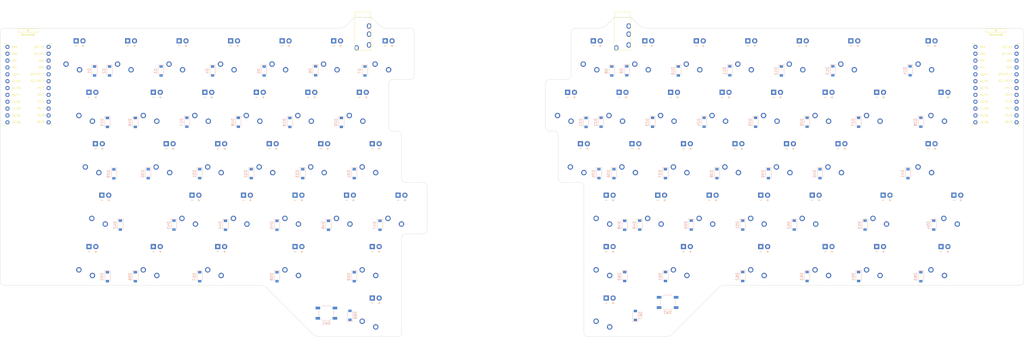
<source format=kicad_pcb>
(kicad_pcb (version 20171130) (host pcbnew "(5.1.10)-1")
  (layers (0 F.Cu signal) (31 B.Cu signal) (34 B.Paste user) (35 F.Paste user) (36 B.SilkS user) (37 F.SilkS user) (38 B.Mask user) (39 F.Mask user) (44 Edge.Cuts user))
  (net 0 "")
  (net 1 "Net-(D1-Pad1)")
  (net 2 "Net-(D2-Pad1)")
  (net 3 "Net-(D3-Pad1)")
  (net 4 "Net-(D4-Pad1)")
  (net 5 "Net-(D5-Pad1)")
  (net 6 "Net-(D6-Pad1)")
  (net 7 "Net-(D7-Pad1)")
  (net 8 "Net-(D8-Pad1)")
  (net 9 "Net-(D9-Pad1)")
  (net 10 "Net-(D10-Pad1)")
  (net 11 "Net-(D11-Pad1)")
  (net 12 "Net-(D12-Pad1)")
  (net 13 "Net-(D13-Pad1)")
  (net 14 "Net-(D14-Pad1)")
  (net 15 "Net-(D15-Pad1)")
  (net 16 "Net-(D16-Pad1)")
  (net 17 "Net-(D17-Pad1)")
  (net 18 "Net-(D18-Pad1)")
  (net 19 "Net-(D19-Pad1)")
  (net 20 "Net-(D20-Pad1)")
  (net 21 "Net-(D21-Pad1)")
  (net 22 "Net-(D22-Pad1)")
  (net 23 "Net-(D23-Pad1)")
  (net 24 "Net-(D24-Pad1)")
  (net 25 "Net-(D25-Pad1)")
  (net 26 "Net-(D26-Pad1)")
  (net 27 "Net-(D27-Pad1)")
  (net 28 "Net-(D28-Pad1)")
  (net 29 "Net-(D29-Pad1)")
  (net 30 "Net-(D30-Pad1)")
  (net 31 "Net-(D31-Pad1)")
  (net 32 "Net-(D32-Pad1)")
  (net 33 "Net-(D33-Pad1)")
  (net 34 "Net-(D34-Pad1)")
  (net 35 "Net-(D35-Pad1)")
  (net 36 "Net-(D36-Pad1)")
  (net 37 "Net-(D37-Pad1)")
  (net 38 "Net-(D38-Pad1)")
  (net 39 "Net-(D39-Pad1)")
  (net 40 "Net-(D40-Pad1)")
  (net 41 "Net-(D41-Pad1)")
  (net 42 "Net-(D42-Pad1)")
  (net 43 "Net-(D43-Pad1)")
  (net 44 "Net-(D44-Pad1)")
  (net 45 "Net-(D45-Pad1)")
  (net 46 "Net-(D46-Pad1)")
  (net 47 "Net-(D47-Pad1)")
  (net 48 "Net-(D48-Pad1)")
  (net 49 "Net-(D49-Pad1)")
  (net 50 "Net-(D50-Pad1)")
  (net 51 "Net-(D51-Pad1)")
  (net 52 "Net-(D52-Pad1)")
  (net 53 "Net-(D53-Pad1)")
  (net 54 "Net-(D54-Pad1)")
  (net 55 "Net-(D55-Pad1)")
  (net 56 "Net-(D56-Pad1)")
  (net 57 "Net-(D57-Pad1)")
  (net 58 "Net-(D58-Pad1)")
  (net 59 "Net-(D59-Pad1)")
  (net 60 "Net-(D60-Pad1)")
  (net 61 "Net-(D61-Pad1)")
  (net 62 "Net-(D62-Pad1)")
  (net 63 "Net-(D63-Pad1)")
  (net 64 "Net-(D64-Pad1)")
  (net 65 "Net-(D65-Pad1)")
  (net 66 "Net-(D66-Pad1)")
  (net 67 "Net-(D67-Pad1)")
  (net 68 "Net-(MX_.1-Pad1)")
  (net 69 "Net-(MX_,1-Pad1)")
  (net 70 "Net-(MX_1-Pad1)")
  (net 71 "Net-(MX_2-Pad1)")
  (net 72 "Net-(MX_3-Pad1)")
  (net 73 "Net-(MX_4-Pad1)")
  (net 74 "Net-(MX_5-Pad1)")
  (net 75 "Net-(MX_6-Pad1)")
  (net 76 "Net-(MX_7-Pad1)")
  (net 77 "Net-(MX_8-Pad1)")
  (net 78 "Net-(MX_'1-Pad1)")
  (net 79 "Net-(MX_-1-Pad1)")
  (net 80 "Net-(MX_BS1-Pad1)")
  (net 81 "Net-(MX_CAPS1-Pad1)")
  (net 82 "Net-(MX_MACRO1-Pad1)")
  (net 83 "Net-(D20-Pad2)")
  (net 84 Col1)
  (net 85 Col10)
  (net 86 Row2)
  (net 87 Col14)
  (net 88 Row3)
  (net 89 Row8)
  (net 90 Row4)
  (net 91 Row9)
  (net 92 Row5)
  (net 93 Row10)
  (net 94 VCC1)
  (net 95 Serial2)
  (net 96 GND1)
  (net 97 Serial1)
  (net 98 RST2)
  (net 99 RST1)
  (net 100 "Net-(U1-Pad24)")
  (net 101 "Net-(U1-Pad20)")
  (net 102 "Net-(U1-Pad19)")
  (net 103 "Net-(U1-Pad18)")
  (net 104 "Net-(U1-Pad17)")
  (net 105 "Net-(U1-Pad16)")
  (net 106 "Net-(U1-Pad15)")
  (net 107 "Net-(U1-Pad14)")
  (net 108 "Net-(U1-Pad13)")
  (net 109 "Net-(U1-Pad12)")
  (net 110 "Net-(U1-Pad11)")
  (net 111 "Net-(U1-Pad10)")
  (net 112 "Net-(U1-Pad9)")
  (net 113 "Net-(U1-Pad8)")
  (net 114 "Net-(U1-Pad7)")
  (net 115 "Net-(U1-Pad6)")
  (net 116 "Net-(U1-Pad2)")
  (net 117 "Net-(U1-Pad1)")
  (net 118 "Net-(U2-Pad24)")
  (net 119 "Net-(U2-Pad20)")
  (net 120 "Net-(U2-Pad19)")
  (net 121 "Net-(U2-Pad18)")
  (net 122 "Net-(U2-Pad17)")
  (net 123 "Net-(U2-Pad16)")
  (net 124 "Net-(U2-Pad15)")
  (net 125 "Net-(U2-Pad14)")
  (net 126 "Net-(U2-Pad13)")
  (net 127 "Net-(U2-Pad12)")
  (net 128 "Net-(U2-Pad11)")
  (net 129 "Net-(U2-Pad10)")
  (net 130 "Net-(U2-Pad9)")
  (net 131 "Net-(U2-Pad8)")
  (net 132 "Net-(U2-Pad7)")
  (net 133 "Net-(U2-Pad6)")
  (net 134 "Net-(U2-Pad2)")
  (net 135 "Net-(U2-Pad1)")
  (net 136 "Net-(U3-Pad2)")
  (net 137 "Net-(U4-Pad2)")
  (module Keebio-Parts:Kailh-PG1350-1u (layer F.Cu) (at -5.55625 66.675)
    (fp_text reference MX_Z1)
    (fp_text value MX_LED hide)
    (fp_text user + (at 1.27 -3 180) (layer F.SilkS))
    (fp_text user - (at -1.26 -3 180) (layer F.SilkS))
    (fp_text user + (at 1.27 -3 180) (layer B.SilkS) (effects (justify mirror)))
    (fp_text user - (at -1.26 -3 180) (layer B.SilkS) (effects (justify mirror)))
    (pad "" np_thru_hole circle (at 5.5 0 180) (size 1.7 1.7) (drill 1.7) (layers *.Cu *.Mask))
    (pad "" np_thru_hole circle (at -5.5 0 180) (size 1.7 1.7) (drill 1.7) (layers *.Cu *.Mask))
    (pad 2 thru_hole circle (at -5 3.8 41.9) (size 2 2) (drill 1.2) (layers *.Cu *.Mask) (net 43 "Net-(D43-Pad1)"))
    (pad 1 thru_hole circle (at 0 5.9 180) (size 2 2) (drill 1.2) (layers *.Cu *.Mask) (net 71 "Net-(MX_2-Pad1)"))
    (pad 3 thru_hole circle (at 1.27 -4.8 180) (size 1.905 1.905) (drill 0.9906) (layers *.Cu *.Mask))
    (pad 4 thru_hole rect (at -1.27 -4.8 180) (size 1.905 1.905) (drill 0.9906) (layers *.Cu *.Mask))
    (pad "" np_thru_hole circle (at 0 0 180) (size 3.4 3.4) (drill 3.4) (layers *.Cu *.Mask))
    (pad "" np_thru_hole circle (at 5.22 -4.2 180) (size 1.2 1.2) (drill 1.2) (layers *.Cu *.Mask))
  )
  (module Keebio-Parts:Kailh-PG1350-1u (layer F.Cu) (at 133.35 28.575)
    (fp_text reference MX_Y1)
    (fp_text value MX_LED hide)
    (fp_text user + (at 1.27 -3 180) (layer F.SilkS))
    (fp_text user - (at -1.26 -3 180) (layer F.SilkS))
    (fp_text user + (at 1.27 -3 180) (layer B.SilkS) (effects (justify mirror)))
    (fp_text user - (at -1.26 -3 180) (layer B.SilkS) (effects (justify mirror)))
    (pad "" np_thru_hole circle (at 5.5 0 180) (size 1.7 1.7) (drill 1.7) (layers *.Cu *.Mask))
    (pad "" np_thru_hole circle (at -5.5 0 180) (size 1.7 1.7) (drill 1.7) (layers *.Cu *.Mask))
    (pad 2 thru_hole circle (at -5 3.8 41.9) (size 2 2) (drill 1.2) (layers *.Cu *.Mask) (net 21 "Net-(D21-Pad1)"))
    (pad 1 thru_hole circle (at 0 5.9 180) (size 2 2) (drill 1.2) (layers *.Cu *.Mask) (net 76 "Net-(MX_7-Pad1)"))
    (pad 3 thru_hole circle (at 1.27 -4.8 180) (size 1.905 1.905) (drill 0.9906) (layers *.Cu *.Mask))
    (pad 4 thru_hole rect (at -1.27 -4.8 180) (size 1.905 1.905) (drill 0.9906) (layers *.Cu *.Mask))
    (pad "" np_thru_hole circle (at 0 0 180) (size 3.4 3.4) (drill 3.4) (layers *.Cu *.Mask))
    (pad "" np_thru_hole circle (at 5.22 -4.2 180) (size 1.2 1.2) (drill 1.2) (layers *.Cu *.Mask))
  )
  (module Keebio-Parts:Kailh-PG1350-1u (layer F.Cu) (at 13.49375 66.675)
    (fp_text reference MX_X1)
    (fp_text value MX_LED hide)
    (fp_text user + (at 1.27 -3 180) (layer F.SilkS))
    (fp_text user - (at -1.26 -3 180) (layer F.SilkS))
    (fp_text user + (at 1.27 -3 180) (layer B.SilkS) (effects (justify mirror)))
    (fp_text user - (at -1.26 -3 180) (layer B.SilkS) (effects (justify mirror)))
    (pad "" np_thru_hole circle (at 5.5 0 180) (size 1.7 1.7) (drill 1.7) (layers *.Cu *.Mask))
    (pad "" np_thru_hole circle (at -5.5 0 180) (size 1.7 1.7) (drill 1.7) (layers *.Cu *.Mask))
    (pad 2 thru_hole circle (at -5 3.8 41.9) (size 2 2) (drill 1.2) (layers *.Cu *.Mask) (net 44 "Net-(D44-Pad1)"))
    (pad 1 thru_hole circle (at 0 5.9 180) (size 2 2) (drill 1.2) (layers *.Cu *.Mask) (net 72 "Net-(MX_3-Pad1)"))
    (pad 3 thru_hole circle (at 1.27 -4.8 180) (size 1.905 1.905) (drill 0.9906) (layers *.Cu *.Mask))
    (pad 4 thru_hole rect (at -1.27 -4.8 180) (size 1.905 1.905) (drill 0.9906) (layers *.Cu *.Mask))
    (pad "" np_thru_hole circle (at 0 0 180) (size 3.4 3.4) (drill 3.4) (layers *.Cu *.Mask))
    (pad "" np_thru_hole circle (at 5.22 -4.2 180) (size 1.2 1.2) (drill 1.2) (layers *.Cu *.Mask))
  )
  (module Keebio-Parts:Kailh-PG1350-1u (layer F.Cu) (at -0.79375 28.575)
    (fp_text reference MX_W1)
    (fp_text value MX_LED hide)
    (fp_text user + (at 1.27 -3 180) (layer F.SilkS))
    (fp_text user - (at -1.26 -3 180) (layer F.SilkS))
    (fp_text user + (at 1.27 -3 180) (layer B.SilkS) (effects (justify mirror)))
    (fp_text user - (at -1.26 -3 180) (layer B.SilkS) (effects (justify mirror)))
    (pad "" np_thru_hole circle (at 5.5 0 180) (size 1.7 1.7) (drill 1.7) (layers *.Cu *.Mask))
    (pad "" np_thru_hole circle (at -5.5 0 180) (size 1.7 1.7) (drill 1.7) (layers *.Cu *.Mask))
    (pad 2 thru_hole circle (at -5 3.8 41.9) (size 2 2) (drill 1.2) (layers *.Cu *.Mask) (net 17 "Net-(D17-Pad1)"))
    (pad 1 thru_hole circle (at 0 5.9 180) (size 2 2) (drill 1.2) (layers *.Cu *.Mask) (net 72 "Net-(MX_3-Pad1)"))
    (pad 3 thru_hole circle (at 1.27 -4.8 180) (size 1.905 1.905) (drill 0.9906) (layers *.Cu *.Mask))
    (pad 4 thru_hole rect (at -1.27 -4.8 180) (size 1.905 1.905) (drill 0.9906) (layers *.Cu *.Mask))
    (pad "" np_thru_hole circle (at 0 0 180) (size 3.4 3.4) (drill 3.4) (layers *.Cu *.Mask))
    (pad "" np_thru_hole circle (at 5.22 -4.2 180) (size 1.2 1.2) (drill 1.2) (layers *.Cu *.Mask))
  )
  (module Keebio-Parts:Kailh-PG1350-1u (layer F.Cu) (at 51.59375 66.675)
    (fp_text reference MX_V1)
    (fp_text value MX_LED hide)
    (fp_text user + (at 1.27 -3 180) (layer F.SilkS))
    (fp_text user - (at -1.26 -3 180) (layer F.SilkS))
    (fp_text user + (at 1.27 -3 180) (layer B.SilkS) (effects (justify mirror)))
    (fp_text user - (at -1.26 -3 180) (layer B.SilkS) (effects (justify mirror)))
    (pad "" np_thru_hole circle (at 5.5 0 180) (size 1.7 1.7) (drill 1.7) (layers *.Cu *.Mask))
    (pad "" np_thru_hole circle (at -5.5 0 180) (size 1.7 1.7) (drill 1.7) (layers *.Cu *.Mask))
    (pad 2 thru_hole circle (at -5 3.8 41.9) (size 2 2) (drill 1.2) (layers *.Cu *.Mask) (net 46 "Net-(D46-Pad1)"))
    (pad 1 thru_hole circle (at 0 5.9 180) (size 2 2) (drill 1.2) (layers *.Cu *.Mask) (net 74 "Net-(MX_5-Pad1)"))
    (pad 3 thru_hole circle (at 1.27 -4.8 180) (size 1.905 1.905) (drill 0.9906) (layers *.Cu *.Mask))
    (pad 4 thru_hole rect (at -1.27 -4.8 180) (size 1.905 1.905) (drill 0.9906) (layers *.Cu *.Mask))
    (pad "" np_thru_hole circle (at 0 0 180) (size 3.4 3.4) (drill 3.4) (layers *.Cu *.Mask))
    (pad "" np_thru_hole circle (at 5.22 -4.2 180) (size 1.2 1.2) (drill 1.2) (layers *.Cu *.Mask))
  )
  (module Keebio-Parts:Kailh-PG1350-1u (layer F.Cu) (at 152.4 28.575)
    (fp_text reference MX_U1)
    (fp_text value MX_LED hide)
    (fp_text user + (at 1.27 -3 180) (layer F.SilkS))
    (fp_text user - (at -1.26 -3 180) (layer F.SilkS))
    (fp_text user + (at 1.27 -3 180) (layer B.SilkS) (effects (justify mirror)))
    (fp_text user - (at -1.26 -3 180) (layer B.SilkS) (effects (justify mirror)))
    (pad "" np_thru_hole circle (at 5.5 0 180) (size 1.7 1.7) (drill 1.7) (layers *.Cu *.Mask))
    (pad "" np_thru_hole circle (at -5.5 0 180) (size 1.7 1.7) (drill 1.7) (layers *.Cu *.Mask))
    (pad 2 thru_hole circle (at -5 3.8 41.9) (size 2 2) (drill 1.2) (layers *.Cu *.Mask) (net 22 "Net-(D22-Pad1)"))
    (pad 1 thru_hole circle (at 0 5.9 180) (size 2 2) (drill 1.2) (layers *.Cu *.Mask) (net 77 "Net-(MX_8-Pad1)"))
    (pad 3 thru_hole circle (at 1.27 -4.8 180) (size 1.905 1.905) (drill 0.9906) (layers *.Cu *.Mask))
    (pad 4 thru_hole rect (at -1.27 -4.8 180) (size 1.905 1.905) (drill 0.9906) (layers *.Cu *.Mask))
    (pad "" np_thru_hole circle (at 0 0 180) (size 3.4 3.4) (drill 3.4) (layers *.Cu *.Mask))
    (pad "" np_thru_hole circle (at 5.22 -4.2 180) (size 1.2 1.2) (drill 1.2) (layers *.Cu *.Mask))
  )
  (module Keebio-Parts:Kailh-PG1350-1u (layer F.Cu) (at -43.65625 28.575)
    (fp_text reference MX_TAB1)
    (fp_text value MX_LED hide)
    (fp_text user + (at 1.27 -3 180) (layer F.SilkS))
    (fp_text user - (at -1.26 -3 180) (layer F.SilkS))
    (fp_text user + (at 1.27 -3 180) (layer B.SilkS) (effects (justify mirror)))
    (fp_text user - (at -1.26 -3 180) (layer B.SilkS) (effects (justify mirror)))
    (pad "" np_thru_hole circle (at 5.5 0 180) (size 1.7 1.7) (drill 1.7) (layers *.Cu *.Mask))
    (pad "" np_thru_hole circle (at -5.5 0 180) (size 1.7 1.7) (drill 1.7) (layers *.Cu *.Mask))
    (pad 2 thru_hole circle (at -5 3.8 41.9) (size 2 2) (drill 1.2) (layers *.Cu *.Mask) (net 15 "Net-(D15-Pad1)"))
    (pad 1 thru_hole circle (at 0 5.9 180) (size 2 2) (drill 1.2) (layers *.Cu *.Mask) (net 81 "Net-(MX_CAPS1-Pad1)"))
    (pad 3 thru_hole circle (at 1.27 -4.8 180) (size 1.905 1.905) (drill 0.9906) (layers *.Cu *.Mask))
    (pad 4 thru_hole rect (at -1.27 -4.8 180) (size 1.905 1.905) (drill 0.9906) (layers *.Cu *.Mask))
    (pad "" np_thru_hole circle (at 0 0 180) (size 3.4 3.4) (drill 3.4) (layers *.Cu *.Mask))
    (pad "" np_thru_hole circle (at 5.22 -4.2 180) (size 1.2 1.2) (drill 1.2) (layers *.Cu *.Mask))
  )
  (module Keebio-Parts:Kailh-PG1350-1u (layer F.Cu) (at 56.35625 28.575)
    (fp_text reference MX_T1)
    (fp_text value MX_LED hide)
    (fp_text user + (at 1.27 -3 180) (layer F.SilkS))
    (fp_text user - (at -1.26 -3 180) (layer F.SilkS))
    (fp_text user + (at 1.27 -3 180) (layer B.SilkS) (effects (justify mirror)))
    (fp_text user - (at -1.26 -3 180) (layer B.SilkS) (effects (justify mirror)))
    (pad "" np_thru_hole circle (at 5.5 0 180) (size 1.7 1.7) (drill 1.7) (layers *.Cu *.Mask))
    (pad "" np_thru_hole circle (at -5.5 0 180) (size 1.7 1.7) (drill 1.7) (layers *.Cu *.Mask))
    (pad 2 thru_hole circle (at -5 3.8 41.9) (size 2 2) (drill 1.2) (layers *.Cu *.Mask) (net 20 "Net-(D20-Pad1)"))
    (pad 1 thru_hole circle (at 0 5.9 180) (size 2 2) (drill 1.2) (layers *.Cu *.Mask) (net 75 "Net-(MX_6-Pad1)"))
    (pad 3 thru_hole circle (at 1.27 -4.8 180) (size 1.905 1.905) (drill 0.9906) (layers *.Cu *.Mask))
    (pad 4 thru_hole rect (at -1.27 -4.8 180) (size 1.905 1.905) (drill 0.9906) (layers *.Cu *.Mask))
    (pad "" np_thru_hole circle (at 0 0 180) (size 3.4 3.4) (drill 3.4) (layers *.Cu *.Mask))
    (pad "" np_thru_hole circle (at 5.22 -4.2 180) (size 1.2 1.2) (drill 1.2) (layers *.Cu *.Mask))
  )
  (module Keebio-Parts:Kailh-PG1350-1u (layer F.Cu) (at 176.2125 85.725)
    (fp_text reference MX_SPACE4)
    (fp_text value MX_LED hide)
    (fp_text user + (at 1.27 -3 180) (layer F.SilkS))
    (fp_text user - (at -1.26 -3 180) (layer F.SilkS))
    (fp_text user + (at 1.27 -3 180) (layer B.SilkS) (effects (justify mirror)))
    (fp_text user - (at -1.26 -3 180) (layer B.SilkS) (effects (justify mirror)))
    (pad "" np_thru_hole circle (at 5.5 0 180) (size 1.7 1.7) (drill 1.7) (layers *.Cu *.Mask))
    (pad "" np_thru_hole circle (at -5.5 0 180) (size 1.7 1.7) (drill 1.7) (layers *.Cu *.Mask))
    (pad 2 thru_hole circle (at -5 3.8 41.9) (size 2 2) (drill 1.2) (layers *.Cu *.Mask) (net 61 "Net-(D61-Pad1)"))
    (pad 1 thru_hole circle (at 0 5.9 180) (size 2 2) (drill 1.2) (layers *.Cu *.Mask) (net 69 "Net-(MX_,1-Pad1)"))
    (pad 3 thru_hole circle (at 1.27 -4.8 180) (size 1.905 1.905) (drill 0.9906) (layers *.Cu *.Mask))
    (pad 4 thru_hole rect (at -1.27 -4.8 180) (size 1.905 1.905) (drill 0.9906) (layers *.Cu *.Mask))
    (pad "" np_thru_hole circle (at 0 0 180) (size 3.4 3.4) (drill 3.4) (layers *.Cu *.Mask))
    (pad "" np_thru_hole circle (at 5.22 -4.2 180) (size 1.2 1.2) (drill 1.2) (layers *.Cu *.Mask))
  )
  (module Keebio-Parts:Kailh-PG1350-1u (layer F.Cu) (at 147.6375 85.725)
    (fp_text reference MX_SPACE3)
    (fp_text value MX_LED hide)
    (fp_text user + (at 1.27 -3 180) (layer F.SilkS))
    (fp_text user - (at -1.26 -3 180) (layer F.SilkS))
    (fp_text user + (at 1.27 -3 180) (layer B.SilkS) (effects (justify mirror)))
    (fp_text user - (at -1.26 -3 180) (layer B.SilkS) (effects (justify mirror)))
    (pad "" np_thru_hole circle (at 5.5 0 180) (size 1.7 1.7) (drill 1.7) (layers *.Cu *.Mask))
    (pad "" np_thru_hole circle (at -5.5 0 180) (size 1.7 1.7) (drill 1.7) (layers *.Cu *.Mask))
    (pad 2 thru_hole circle (at -5 3.8 41.9) (size 2 2) (drill 1.2) (layers *.Cu *.Mask) (net 60 "Net-(D60-Pad1)"))
    (pad 1 thru_hole circle (at 0 5.9 180) (size 2 2) (drill 1.2) (layers *.Cu *.Mask) (net 76 "Net-(MX_7-Pad1)"))
    (pad 3 thru_hole circle (at 1.27 -4.8 180) (size 1.905 1.905) (drill 0.9906) (layers *.Cu *.Mask))
    (pad 4 thru_hole rect (at -1.27 -4.8 180) (size 1.905 1.905) (drill 0.9906) (layers *.Cu *.Mask))
    (pad "" np_thru_hole circle (at 0 0 180) (size 3.4 3.4) (drill 3.4) (layers *.Cu *.Mask))
    (pad "" np_thru_hole circle (at 5.22 -4.2 180) (size 1.2 1.2) (drill 1.2) (layers *.Cu *.Mask))
  )
  (module Keebio-Parts:Kailh-PG1350-1u (layer F.Cu) (at 61.11875 85.725)
    (fp_text reference MX_SPACE2)
    (fp_text value MX_LED hide)
    (fp_text user + (at 1.27 -3 180) (layer F.SilkS))
    (fp_text user - (at -1.26 -3 180) (layer F.SilkS))
    (fp_text user + (at 1.27 -3 180) (layer B.SilkS) (effects (justify mirror)))
    (fp_text user - (at -1.26 -3 180) (layer B.SilkS) (effects (justify mirror)))
    (pad "" np_thru_hole circle (at 5.5 0 180) (size 1.7 1.7) (drill 1.7) (layers *.Cu *.Mask))
    (pad "" np_thru_hole circle (at -5.5 0 180) (size 1.7 1.7) (drill 1.7) (layers *.Cu *.Mask))
    (pad 2 thru_hole circle (at -5 3.8 41.9) (size 2 2) (drill 1.2) (layers *.Cu *.Mask) (net 59 "Net-(D59-Pad1)"))
    (pad 1 thru_hole circle (at 0 5.9 180) (size 2 2) (drill 1.2) (layers *.Cu *.Mask) (net 74 "Net-(MX_5-Pad1)"))
    (pad 3 thru_hole circle (at 1.27 -4.8 180) (size 1.905 1.905) (drill 0.9906) (layers *.Cu *.Mask))
    (pad 4 thru_hole rect (at -1.27 -4.8 180) (size 1.905 1.905) (drill 0.9906) (layers *.Cu *.Mask))
    (pad "" np_thru_hole circle (at 0 0 180) (size 3.4 3.4) (drill 3.4) (layers *.Cu *.Mask))
    (pad "" np_thru_hole circle (at 5.22 -4.2 180) (size 1.2 1.2) (drill 1.2) (layers *.Cu *.Mask))
  )
  (module Keebio-Parts:Kailh-PG1350-1u (layer F.Cu) (at 32.54375 85.725)
    (fp_text reference MX_SPACE1)
    (fp_text value MX_LED hide)
    (fp_text user + (at 1.27 -3 180) (layer F.SilkS))
    (fp_text user - (at -1.26 -3 180) (layer F.SilkS))
    (fp_text user + (at 1.27 -3 180) (layer B.SilkS) (effects (justify mirror)))
    (fp_text user - (at -1.26 -3 180) (layer B.SilkS) (effects (justify mirror)))
    (pad "" np_thru_hole circle (at 5.5 0 180) (size 1.7 1.7) (drill 1.7) (layers *.Cu *.Mask))
    (pad "" np_thru_hole circle (at -5.5 0 180) (size 1.7 1.7) (drill 1.7) (layers *.Cu *.Mask))
    (pad 2 thru_hole circle (at -5 3.8 41.9) (size 2 2) (drill 1.2) (layers *.Cu *.Mask) (net 58 "Net-(D58-Pad1)"))
    (pad 1 thru_hole circle (at 0 5.9 180) (size 2 2) (drill 1.2) (layers *.Cu *.Mask) (net 73 "Net-(MX_4-Pad1)"))
    (pad 3 thru_hole circle (at 1.27 -4.8 180) (size 1.905 1.905) (drill 0.9906) (layers *.Cu *.Mask))
    (pad 4 thru_hole rect (at -1.27 -4.8 180) (size 1.905 1.905) (drill 0.9906) (layers *.Cu *.Mask))
    (pad "" np_thru_hole circle (at 0 0 180) (size 3.4 3.4) (drill 3.4) (layers *.Cu *.Mask))
    (pad "" np_thru_hole circle (at 5.22 -4.2 180) (size 1.2 1.2) (drill 1.2) (layers *.Cu *.Mask))
  )
  (module Keebio-Parts:Kailh-PG1350-1u (layer F.Cu) (at 3.96875 47.625)
    (fp_text reference MX_S1)
    (fp_text value MX_LED hide)
    (fp_text user + (at 1.27 -3 180) (layer F.SilkS))
    (fp_text user - (at -1.26 -3 180) (layer F.SilkS))
    (fp_text user + (at 1.27 -3 180) (layer B.SilkS) (effects (justify mirror)))
    (fp_text user - (at -1.26 -3 180) (layer B.SilkS) (effects (justify mirror)))
    (pad "" np_thru_hole circle (at 5.5 0 180) (size 1.7 1.7) (drill 1.7) (layers *.Cu *.Mask))
    (pad "" np_thru_hole circle (at -5.5 0 180) (size 1.7 1.7) (drill 1.7) (layers *.Cu *.Mask))
    (pad 2 thru_hole circle (at -5 3.8 41.9) (size 2 2) (drill 1.2) (layers *.Cu *.Mask) (net 31 "Net-(D31-Pad1)"))
    (pad 1 thru_hole circle (at 0 5.9 180) (size 2 2) (drill 1.2) (layers *.Cu *.Mask) (net 72 "Net-(MX_3-Pad1)"))
    (pad 3 thru_hole circle (at 1.27 -4.8 180) (size 1.905 1.905) (drill 0.9906) (layers *.Cu *.Mask))
    (pad 4 thru_hole rect (at -1.27 -4.8 180) (size 1.905 1.905) (drill 0.9906) (layers *.Cu *.Mask))
    (pad "" np_thru_hole circle (at 0 0 180) (size 3.4 3.4) (drill 3.4) (layers *.Cu *.Mask))
    (pad "" np_thru_hole circle (at 5.22 -4.2 180) (size 1.2 1.2) (drill 1.2) (layers *.Cu *.Mask))
  )
  (module Keebio-Parts:Kailh-PG1350-1u (layer F.Cu) (at 228.6 85.725)
    (fp_text reference MX_RWIN1)
    (fp_text value MX_LED hide)
    (fp_text user + (at 1.27 -3 180) (layer F.SilkS))
    (fp_text user - (at -1.26 -3 180) (layer F.SilkS))
    (fp_text user + (at 1.27 -3 180) (layer B.SilkS) (effects (justify mirror)))
    (fp_text user - (at -1.26 -3 180) (layer B.SilkS) (effects (justify mirror)))
    (pad "" np_thru_hole circle (at 5.5 0 180) (size 1.7 1.7) (drill 1.7) (layers *.Cu *.Mask))
    (pad "" np_thru_hole circle (at -5.5 0 180) (size 1.7 1.7) (drill 1.7) (layers *.Cu *.Mask))
    (pad 2 thru_hole circle (at -5 3.8 41.9) (size 2 2) (drill 1.2) (layers *.Cu *.Mask) (net 63 "Net-(D63-Pad1)"))
    (pad 1 thru_hole circle (at 0 5.9 180) (size 2 2) (drill 1.2) (layers *.Cu *.Mask) (net 79 "Net-(MX_-1-Pad1)"))
    (pad 3 thru_hole circle (at 1.27 -4.8 180) (size 1.905 1.905) (drill 0.9906) (layers *.Cu *.Mask))
    (pad 4 thru_hole rect (at -1.27 -4.8 180) (size 1.905 1.905) (drill 0.9906) (layers *.Cu *.Mask))
    (pad "" np_thru_hole circle (at 0 0 180) (size 3.4 3.4) (drill 3.4) (layers *.Cu *.Mask))
    (pad "" np_thru_hole circle (at 5.22 -4.2 180) (size 1.2 1.2) (drill 1.2) (layers *.Cu *.Mask))
  )
  (module Keebio-Parts:Kailh-PG1350-1u (layer F.Cu) (at 250.03125 66.675)
    (fp_text reference MX_RSHIFT1)
    (fp_text value MX_LED hide)
    (fp_text user + (at 1.27 -3 180) (layer F.SilkS))
    (fp_text user - (at -1.26 -3 180) (layer F.SilkS))
    (fp_text user + (at 1.27 -3 180) (layer B.SilkS) (effects (justify mirror)))
    (fp_text user - (at -1.26 -3 180) (layer B.SilkS) (effects (justify mirror)))
    (pad "" np_thru_hole circle (at 5.5 0 180) (size 1.7 1.7) (drill 1.7) (layers *.Cu *.Mask))
    (pad "" np_thru_hole circle (at -5.5 0 180) (size 1.7 1.7) (drill 1.7) (layers *.Cu *.Mask))
    (pad 2 thru_hole circle (at -5 3.8 41.9) (size 2 2) (drill 1.2) (layers *.Cu *.Mask) (net 53 "Net-(D53-Pad1)"))
    (pad 1 thru_hole circle (at 0 5.9 180) (size 2 2) (drill 1.2) (layers *.Cu *.Mask) (net 82 "Net-(MX_MACRO1-Pad1)"))
    (pad 3 thru_hole circle (at 1.27 -4.8 180) (size 1.905 1.905) (drill 0.9906) (layers *.Cu *.Mask))
    (pad 4 thru_hole rect (at -1.27 -4.8 180) (size 1.905 1.905) (drill 0.9906) (layers *.Cu *.Mask))
    (pad "" np_thru_hole circle (at 0 0 180) (size 3.4 3.4) (drill 3.4) (layers *.Cu *.Mask))
    (pad "" np_thru_hole circle (at 5.22 -4.2 180) (size 1.2 1.2) (drill 1.2) (layers *.Cu *.Mask))
  )
  (module Keebio-Parts:Kailh-PG1350-1u (layer F.Cu) (at 271.4625 85.725)
    (fp_text reference MX_RCTRL1)
    (fp_text value MX_LED hide)
    (fp_text user + (at 1.27 -3 180) (layer F.SilkS))
    (fp_text user - (at -1.26 -3 180) (layer F.SilkS))
    (fp_text user + (at 1.27 -3 180) (layer B.SilkS) (effects (justify mirror)))
    (fp_text user - (at -1.26 -3 180) (layer B.SilkS) (effects (justify mirror)))
    (pad "" np_thru_hole circle (at 5.5 0 180) (size 1.7 1.7) (drill 1.7) (layers *.Cu *.Mask))
    (pad "" np_thru_hole circle (at -5.5 0 180) (size 1.7 1.7) (drill 1.7) (layers *.Cu *.Mask))
    (pad 2 thru_hole circle (at -5 3.8 41.9) (size 2 2) (drill 1.2) (layers *.Cu *.Mask) (net 65 "Net-(D65-Pad1)"))
    (pad 1 thru_hole circle (at 0 5.9 180) (size 2 2) (drill 1.2) (layers *.Cu *.Mask) (net 80 "Net-(MX_BS1-Pad1)"))
    (pad 3 thru_hole circle (at 1.27 -4.8 180) (size 1.905 1.905) (drill 0.9906) (layers *.Cu *.Mask))
    (pad 4 thru_hole rect (at -1.27 -4.8 180) (size 1.905 1.905) (drill 0.9906) (layers *.Cu *.Mask))
    (pad "" np_thru_hole circle (at 0 0 180) (size 3.4 3.4) (drill 3.4) (layers *.Cu *.Mask))
    (pad "" np_thru_hole circle (at 5.22 -4.2 180) (size 1.2 1.2) (drill 1.2) (layers *.Cu *.Mask))
  )
  (module Keebio-Parts:Kailh-PG1350-1u (layer F.Cu) (at 204.7875 85.725)
    (fp_text reference MX_RALT1)
    (fp_text value MX_LED hide)
    (fp_text user + (at 1.27 -3 180) (layer F.SilkS))
    (fp_text user - (at -1.26 -3 180) (layer F.SilkS))
    (fp_text user + (at 1.27 -3 180) (layer B.SilkS) (effects (justify mirror)))
    (fp_text user - (at -1.26 -3 180) (layer B.SilkS) (effects (justify mirror)))
    (pad "" np_thru_hole circle (at 5.5 0 180) (size 1.7 1.7) (drill 1.7) (layers *.Cu *.Mask))
    (pad "" np_thru_hole circle (at -5.5 0 180) (size 1.7 1.7) (drill 1.7) (layers *.Cu *.Mask))
    (pad 2 thru_hole circle (at -5 3.8 41.9) (size 2 2) (drill 1.2) (layers *.Cu *.Mask) (net 62 "Net-(D62-Pad1)"))
    (pad 1 thru_hole circle (at 0 5.9 180) (size 2 2) (drill 1.2) (layers *.Cu *.Mask) (net 68 "Net-(MX_.1-Pad1)"))
    (pad 3 thru_hole circle (at 1.27 -4.8 180) (size 1.905 1.905) (drill 0.9906) (layers *.Cu *.Mask))
    (pad 4 thru_hole rect (at -1.27 -4.8 180) (size 1.905 1.905) (drill 0.9906) (layers *.Cu *.Mask))
    (pad "" np_thru_hole circle (at 0 0 180) (size 3.4 3.4) (drill 3.4) (layers *.Cu *.Mask))
    (pad "" np_thru_hole circle (at 5.22 -4.2 180) (size 1.2 1.2) (drill 1.2) (layers *.Cu *.Mask))
  )
  (module Keebio-Parts:Kailh-PG1350-1u (layer F.Cu) (at 37.30625 28.575)
    (fp_text reference MX_R1)
    (fp_text value MX_LED hide)
    (fp_text user + (at 1.27 -3 180) (layer F.SilkS))
    (fp_text user - (at -1.26 -3 180) (layer F.SilkS))
    (fp_text user + (at 1.27 -3 180) (layer B.SilkS) (effects (justify mirror)))
    (fp_text user - (at -1.26 -3 180) (layer B.SilkS) (effects (justify mirror)))
    (pad "" np_thru_hole circle (at 5.5 0 180) (size 1.7 1.7) (drill 1.7) (layers *.Cu *.Mask))
    (pad "" np_thru_hole circle (at -5.5 0 180) (size 1.7 1.7) (drill 1.7) (layers *.Cu *.Mask))
    (pad 2 thru_hole circle (at -5 3.8 41.9) (size 2 2) (drill 1.2) (layers *.Cu *.Mask) (net 19 "Net-(D19-Pad1)"))
    (pad 1 thru_hole circle (at 0 5.9 180) (size 2 2) (drill 1.2) (layers *.Cu *.Mask) (net 74 "Net-(MX_5-Pad1)"))
    (pad 3 thru_hole circle (at 1.27 -4.8 180) (size 1.905 1.905) (drill 0.9906) (layers *.Cu *.Mask))
    (pad 4 thru_hole rect (at -1.27 -4.8 180) (size 1.905 1.905) (drill 0.9906) (layers *.Cu *.Mask))
    (pad "" np_thru_hole circle (at 0 0 180) (size 3.4 3.4) (drill 3.4) (layers *.Cu *.Mask))
    (pad "" np_thru_hole circle (at 5.22 -4.2 180) (size 1.2 1.2) (drill 1.2) (layers *.Cu *.Mask))
  )
  (module Keebio-Parts:Kailh-PG1350-1u (layer F.Cu) (at -19.84375 28.575)
    (fp_text reference MX_Q1)
    (fp_text value MX_LED hide)
    (fp_text user + (at 1.27 -3 180) (layer F.SilkS))
    (fp_text user - (at -1.26 -3 180) (layer F.SilkS))
    (fp_text user + (at 1.27 -3 180) (layer B.SilkS) (effects (justify mirror)))
    (fp_text user - (at -1.26 -3 180) (layer B.SilkS) (effects (justify mirror)))
    (pad "" np_thru_hole circle (at 5.5 0 180) (size 1.7 1.7) (drill 1.7) (layers *.Cu *.Mask))
    (pad "" np_thru_hole circle (at -5.5 0 180) (size 1.7 1.7) (drill 1.7) (layers *.Cu *.Mask))
    (pad 2 thru_hole circle (at -5 3.8 41.9) (size 2 2) (drill 1.2) (layers *.Cu *.Mask) (net 16 "Net-(D16-Pad1)"))
    (pad 1 thru_hole circle (at 0 5.9 180) (size 2 2) (drill 1.2) (layers *.Cu *.Mask) (net 71 "Net-(MX_2-Pad1)"))
    (pad 3 thru_hole circle (at 1.27 -4.8 180) (size 1.905 1.905) (drill 0.9906) (layers *.Cu *.Mask))
    (pad 4 thru_hole rect (at -1.27 -4.8 180) (size 1.905 1.905) (drill 0.9906) (layers *.Cu *.Mask))
    (pad "" np_thru_hole circle (at 0 0 180) (size 3.4 3.4) (drill 3.4) (layers *.Cu *.Mask))
    (pad "" np_thru_hole circle (at 5.22 -4.2 180) (size 1.2 1.2) (drill 1.2) (layers *.Cu *.Mask))
  )
  (module Keebio-Parts:Kailh-PG1350-1u (layer F.Cu) (at 209.55 28.575)
    (fp_text reference MX_P1)
    (fp_text value MX_LED hide)
    (fp_text user + (at 1.27 -3 180) (layer F.SilkS))
    (fp_text user - (at -1.26 -3 180) (layer F.SilkS))
    (fp_text user + (at 1.27 -3 180) (layer B.SilkS) (effects (justify mirror)))
    (fp_text user - (at -1.26 -3 180) (layer B.SilkS) (effects (justify mirror)))
    (pad "" np_thru_hole circle (at 5.5 0 180) (size 1.7 1.7) (drill 1.7) (layers *.Cu *.Mask))
    (pad "" np_thru_hole circle (at -5.5 0 180) (size 1.7 1.7) (drill 1.7) (layers *.Cu *.Mask))
    (pad 2 thru_hole circle (at -5 3.8 41.9) (size 2 2) (drill 1.2) (layers *.Cu *.Mask) (net 25 "Net-(D25-Pad1)"))
    (pad 1 thru_hole circle (at 0 5.9 180) (size 2 2) (drill 1.2) (layers *.Cu *.Mask) (net 79 "Net-(MX_-1-Pad1)"))
    (pad 3 thru_hole circle (at 1.27 -4.8 180) (size 1.905 1.905) (drill 0.9906) (layers *.Cu *.Mask))
    (pad 4 thru_hole rect (at -1.27 -4.8 180) (size 1.905 1.905) (drill 0.9906) (layers *.Cu *.Mask))
    (pad "" np_thru_hole circle (at 0 0 180) (size 3.4 3.4) (drill 3.4) (layers *.Cu *.Mask))
    (pad "" np_thru_hole circle (at 5.22 -4.2 180) (size 1.2 1.2) (drill 1.2) (layers *.Cu *.Mask))
  )
  (module Keebio-Parts:Kailh-PG1350-1u (layer F.Cu) (at 190.5 28.575)
    (fp_text reference MX_O1)
    (fp_text value MX_LED hide)
    (fp_text user + (at 1.27 -3 180) (layer F.SilkS))
    (fp_text user - (at -1.26 -3 180) (layer F.SilkS))
    (fp_text user + (at 1.27 -3 180) (layer B.SilkS) (effects (justify mirror)))
    (fp_text user - (at -1.26 -3 180) (layer B.SilkS) (effects (justify mirror)))
    (pad "" np_thru_hole circle (at 5.5 0 180) (size 1.7 1.7) (drill 1.7) (layers *.Cu *.Mask))
    (pad "" np_thru_hole circle (at -5.5 0 180) (size 1.7 1.7) (drill 1.7) (layers *.Cu *.Mask))
    (pad 2 thru_hole circle (at -5 3.8 41.9) (size 2 2) (drill 1.2) (layers *.Cu *.Mask) (net 24 "Net-(D24-Pad1)"))
    (pad 1 thru_hole circle (at 0 5.9 180) (size 2 2) (drill 1.2) (layers *.Cu *.Mask) (net 68 "Net-(MX_.1-Pad1)"))
    (pad 3 thru_hole circle (at 1.27 -4.8 180) (size 1.905 1.905) (drill 0.9906) (layers *.Cu *.Mask))
    (pad 4 thru_hole rect (at -1.27 -4.8 180) (size 1.905 1.905) (drill 0.9906) (layers *.Cu *.Mask))
    (pad "" np_thru_hole circle (at 0 0 180) (size 3.4 3.4) (drill 3.4) (layers *.Cu *.Mask))
    (pad "" np_thru_hole circle (at 5.22 -4.2 180) (size 1.2 1.2) (drill 1.2) (layers *.Cu *.Mask))
  )
  (module Keebio-Parts:Kailh-PG1350-1u (layer F.Cu) (at 147.6375 66.675)
    (fp_text reference MX_N1)
    (fp_text value MX_LED hide)
    (fp_text user + (at 1.27 -3 180) (layer F.SilkS))
    (fp_text user - (at -1.26 -3 180) (layer F.SilkS))
    (fp_text user + (at 1.27 -3 180) (layer B.SilkS) (effects (justify mirror)))
    (fp_text user - (at -1.26 -3 180) (layer B.SilkS) (effects (justify mirror)))
    (pad "" np_thru_hole circle (at 5.5 0 180) (size 1.7 1.7) (drill 1.7) (layers *.Cu *.Mask))
    (pad "" np_thru_hole circle (at -5.5 0 180) (size 1.7 1.7) (drill 1.7) (layers *.Cu *.Mask))
    (pad 2 thru_hole circle (at -5 3.8 41.9) (size 2 2) (drill 1.2) (layers *.Cu *.Mask) (net 48 "Net-(D48-Pad1)"))
    (pad 1 thru_hole circle (at 0 5.9 180) (size 2 2) (drill 1.2) (layers *.Cu *.Mask) (net 76 "Net-(MX_7-Pad1)"))
    (pad 3 thru_hole circle (at 1.27 -4.8 180) (size 1.905 1.905) (drill 0.9906) (layers *.Cu *.Mask))
    (pad 4 thru_hole rect (at -1.27 -4.8 180) (size 1.905 1.905) (drill 0.9906) (layers *.Cu *.Mask))
    (pad "" np_thru_hole circle (at 0 0 180) (size 3.4 3.4) (drill 3.4) (layers *.Cu *.Mask))
    (pad "" np_thru_hole circle (at 5.22 -4.2 180) (size 1.2 1.2) (drill 1.2) (layers *.Cu *.Mask))
  )
  (module Keebio-Parts:Kailh-PG1350-1u (layer F.Cu) (at 147.6375 104.775)
    (fp_text reference MX_MOD2)
    (fp_text value MX_LED hide)
    (fp_text user + (at 1.27 -3 180) (layer F.SilkS))
    (fp_text user - (at -1.26 -3 180) (layer F.SilkS))
    (fp_text user + (at 1.27 -3 180) (layer B.SilkS) (effects (justify mirror)))
    (fp_text user - (at -1.26 -3 180) (layer B.SilkS) (effects (justify mirror)))
    (pad "" np_thru_hole circle (at 5.5 0 180) (size 1.7 1.7) (drill 1.7) (layers *.Cu *.Mask))
    (pad "" np_thru_hole circle (at -5.5 0 180) (size 1.7 1.7) (drill 1.7) (layers *.Cu *.Mask))
    (pad 2 thru_hole circle (at -5 3.8 41.9) (size 2 2) (drill 1.2) (layers *.Cu *.Mask) (net 67 "Net-(D67-Pad1)"))
    (pad 1 thru_hole circle (at 0 5.9 180) (size 2 2) (drill 1.2) (layers *.Cu *.Mask) (net 77 "Net-(MX_8-Pad1)"))
    (pad 3 thru_hole circle (at 1.27 -4.8 180) (size 1.905 1.905) (drill 0.9906) (layers *.Cu *.Mask))
    (pad 4 thru_hole rect (at -1.27 -4.8 180) (size 1.905 1.905) (drill 0.9906) (layers *.Cu *.Mask))
    (pad "" np_thru_hole circle (at 0 0 180) (size 3.4 3.4) (drill 3.4) (layers *.Cu *.Mask))
    (pad "" np_thru_hole circle (at 5.22 -4.2 180) (size 1.2 1.2) (drill 1.2) (layers *.Cu *.Mask))
  )
  (module Keebio-Parts:Kailh-PG1350-1u (layer F.Cu) (at 61.11875 104.775)
    (fp_text reference MX_MOD1)
    (fp_text value MX_LED hide)
    (fp_text user + (at 1.27 -3 180) (layer F.SilkS))
    (fp_text user - (at -1.26 -3 180) (layer F.SilkS))
    (fp_text user + (at 1.27 -3 180) (layer B.SilkS) (effects (justify mirror)))
    (fp_text user - (at -1.26 -3 180) (layer B.SilkS) (effects (justify mirror)))
    (pad "" np_thru_hole circle (at 5.5 0 180) (size 1.7 1.7) (drill 1.7) (layers *.Cu *.Mask))
    (pad "" np_thru_hole circle (at -5.5 0 180) (size 1.7 1.7) (drill 1.7) (layers *.Cu *.Mask))
    (pad 2 thru_hole circle (at -5 3.8 41.9) (size 2 2) (drill 1.2) (layers *.Cu *.Mask) (net 66 "Net-(D66-Pad1)"))
    (pad 1 thru_hole circle (at 0 5.9 180) (size 2 2) (drill 1.2) (layers *.Cu *.Mask) (net 75 "Net-(MX_6-Pad1)"))
    (pad 3 thru_hole circle (at 1.27 -4.8 180) (size 1.905 1.905) (drill 0.9906) (layers *.Cu *.Mask))
    (pad 4 thru_hole rect (at -1.27 -4.8 180) (size 1.905 1.905) (drill 0.9906) (layers *.Cu *.Mask))
    (pad "" np_thru_hole circle (at 0 0 180) (size 3.4 3.4) (drill 3.4) (layers *.Cu *.Mask))
    (pad "" np_thru_hole circle (at 5.22 -4.2 180) (size 1.2 1.2) (drill 1.2) (layers *.Cu *.Mask))
  )
  (module Keebio-Parts:Kailh-PG1350-1u (layer F.Cu) (at 247.65 85.725)
    (fp_text reference MX_MACRO1)
    (fp_text value MX_LED hide)
    (fp_text user + (at 1.27 -3 180) (layer F.SilkS))
    (fp_text user - (at -1.26 -3 180) (layer F.SilkS))
    (fp_text user + (at 1.27 -3 180) (layer B.SilkS) (effects (justify mirror)))
    (fp_text user - (at -1.26 -3 180) (layer B.SilkS) (effects (justify mirror)))
    (pad "" np_thru_hole circle (at 5.5 0 180) (size 1.7 1.7) (drill 1.7) (layers *.Cu *.Mask))
    (pad "" np_thru_hole circle (at -5.5 0 180) (size 1.7 1.7) (drill 1.7) (layers *.Cu *.Mask))
    (pad 2 thru_hole circle (at -5 3.8 41.9) (size 2 2) (drill 1.2) (layers *.Cu *.Mask) (net 64 "Net-(D64-Pad1)"))
    (pad 1 thru_hole circle (at 0 5.9 180) (size 2 2) (drill 1.2) (layers *.Cu *.Mask) (net 82 "Net-(MX_MACRO1-Pad1)"))
    (pad 3 thru_hole circle (at 1.27 -4.8 180) (size 1.905 1.905) (drill 0.9906) (layers *.Cu *.Mask))
    (pad 4 thru_hole rect (at -1.27 -4.8 180) (size 1.905 1.905) (drill 0.9906) (layers *.Cu *.Mask))
    (pad "" np_thru_hole circle (at 0 0 180) (size 3.4 3.4) (drill 3.4) (layers *.Cu *.Mask))
    (pad "" np_thru_hole circle (at 5.22 -4.2 180) (size 1.2 1.2) (drill 1.2) (layers *.Cu *.Mask))
  )
  (module Keebio-Parts:Kailh-PG1350-1u (layer F.Cu) (at 166.6875 66.675)
    (fp_text reference MX_M1)
    (fp_text value MX_LED hide)
    (fp_text user + (at 1.27 -3 180) (layer F.SilkS))
    (fp_text user - (at -1.26 -3 180) (layer F.SilkS))
    (fp_text user + (at 1.27 -3 180) (layer B.SilkS) (effects (justify mirror)))
    (fp_text user - (at -1.26 -3 180) (layer B.SilkS) (effects (justify mirror)))
    (pad "" np_thru_hole circle (at 5.5 0 180) (size 1.7 1.7) (drill 1.7) (layers *.Cu *.Mask))
    (pad "" np_thru_hole circle (at -5.5 0 180) (size 1.7 1.7) (drill 1.7) (layers *.Cu *.Mask))
    (pad 2 thru_hole circle (at -5 3.8 41.9) (size 2 2) (drill 1.2) (layers *.Cu *.Mask) (net 49 "Net-(D49-Pad1)"))
    (pad 1 thru_hole circle (at 0 5.9 180) (size 2 2) (drill 1.2) (layers *.Cu *.Mask) (net 77 "Net-(MX_8-Pad1)"))
    (pad 3 thru_hole circle (at 1.27 -4.8 180) (size 1.905 1.905) (drill 0.9906) (layers *.Cu *.Mask))
    (pad 4 thru_hole rect (at -1.27 -4.8 180) (size 1.905 1.905) (drill 0.9906) (layers *.Cu *.Mask))
    (pad "" np_thru_hole circle (at 0 0 180) (size 3.4 3.4) (drill 3.4) (layers *.Cu *.Mask))
    (pad "" np_thru_hole circle (at 5.22 -4.2 180) (size 1.2 1.2) (drill 1.2) (layers *.Cu *.Mask))
  )
  (module Keebio-Parts:Kailh-PG1350-1u (layer F.Cu) (at -19.84375 85.725)
    (fp_text reference MX_LWIN1)
    (fp_text value MX_LED hide)
    (fp_text user + (at 1.27 -3 180) (layer F.SilkS))
    (fp_text user - (at -1.26 -3 180) (layer F.SilkS))
    (fp_text user + (at 1.27 -3 180) (layer B.SilkS) (effects (justify mirror)))
    (fp_text user - (at -1.26 -3 180) (layer B.SilkS) (effects (justify mirror)))
    (pad "" np_thru_hole circle (at 5.5 0 180) (size 1.7 1.7) (drill 1.7) (layers *.Cu *.Mask))
    (pad "" np_thru_hole circle (at -5.5 0 180) (size 1.7 1.7) (drill 1.7) (layers *.Cu *.Mask))
    (pad 2 thru_hole circle (at -5 3.8 41.9) (size 2 2) (drill 1.2) (layers *.Cu *.Mask) (net 56 "Net-(D56-Pad1)"))
    (pad 1 thru_hole circle (at 0 5.9 180) (size 2 2) (drill 1.2) (layers *.Cu *.Mask) (net 70 "Net-(MX_1-Pad1)"))
    (pad 3 thru_hole circle (at 1.27 -4.8 180) (size 1.905 1.905) (drill 0.9906) (layers *.Cu *.Mask))
    (pad 4 thru_hole rect (at -1.27 -4.8 180) (size 1.905 1.905) (drill 0.9906) (layers *.Cu *.Mask))
    (pad "" np_thru_hole circle (at 0 0 180) (size 3.4 3.4) (drill 3.4) (layers *.Cu *.Mask))
    (pad "" np_thru_hole circle (at 5.22 -4.2 180) (size 1.2 1.2) (drill 1.2) (layers *.Cu *.Mask))
  )
  (module Keebio-Parts:Kailh-PG1350-1u (layer F.Cu) (at -38.89375 66.675)
    (fp_text reference MX_LSHIFT1)
    (fp_text value MX_LED hide)
    (fp_text user + (at 1.27 -3 180) (layer F.SilkS))
    (fp_text user - (at -1.26 -3 180) (layer F.SilkS))
    (fp_text user + (at 1.27 -3 180) (layer B.SilkS) (effects (justify mirror)))
    (fp_text user - (at -1.26 -3 180) (layer B.SilkS) (effects (justify mirror)))
    (pad "" np_thru_hole circle (at 5.5 0 180) (size 1.7 1.7) (drill 1.7) (layers *.Cu *.Mask))
    (pad "" np_thru_hole circle (at -5.5 0 180) (size 1.7 1.7) (drill 1.7) (layers *.Cu *.Mask))
    (pad 2 thru_hole circle (at -5 3.8 41.9) (size 2 2) (drill 1.2) (layers *.Cu *.Mask) (net 42 "Net-(D42-Pad1)"))
    (pad 1 thru_hole circle (at 0 5.9 180) (size 2 2) (drill 1.2) (layers *.Cu *.Mask) (net 81 "Net-(MX_CAPS1-Pad1)"))
    (pad 3 thru_hole circle (at 1.27 -4.8 180) (size 1.905 1.905) (drill 0.9906) (layers *.Cu *.Mask))
    (pad 4 thru_hole rect (at -1.27 -4.8 180) (size 1.905 1.905) (drill 0.9906) (layers *.Cu *.Mask))
    (pad "" np_thru_hole circle (at 0 0 180) (size 3.4 3.4) (drill 3.4) (layers *.Cu *.Mask))
    (pad "" np_thru_hole circle (at 5.22 -4.2 180) (size 1.2 1.2) (drill 1.2) (layers *.Cu *.Mask))
  )
  (module Keebio-Parts:Kailh-PG1350-1u (layer F.Cu) (at -43.65625 85.725)
    (fp_text reference MX_LCTRL1)
    (fp_text value MX_LED hide)
    (fp_text user + (at 1.27 -3 180) (layer F.SilkS))
    (fp_text user - (at -1.26 -3 180) (layer F.SilkS))
    (fp_text user + (at 1.27 -3 180) (layer B.SilkS) (effects (justify mirror)))
    (fp_text user - (at -1.26 -3 180) (layer B.SilkS) (effects (justify mirror)))
    (pad "" np_thru_hole circle (at 5.5 0 180) (size 1.7 1.7) (drill 1.7) (layers *.Cu *.Mask))
    (pad "" np_thru_hole circle (at -5.5 0 180) (size 1.7 1.7) (drill 1.7) (layers *.Cu *.Mask))
    (pad 2 thru_hole circle (at -5 3.8 41.9) (size 2 2) (drill 1.2) (layers *.Cu *.Mask) (net 55 "Net-(D55-Pad1)"))
    (pad 1 thru_hole circle (at 0 5.9 180) (size 2 2) (drill 1.2) (layers *.Cu *.Mask) (net 81 "Net-(MX_CAPS1-Pad1)"))
    (pad 3 thru_hole circle (at 1.27 -4.8 180) (size 1.905 1.905) (drill 0.9906) (layers *.Cu *.Mask))
    (pad 4 thru_hole rect (at -1.27 -4.8 180) (size 1.905 1.905) (drill 0.9906) (layers *.Cu *.Mask))
    (pad "" np_thru_hole circle (at 0 0 180) (size 3.4 3.4) (drill 3.4) (layers *.Cu *.Mask))
    (pad "" np_thru_hole circle (at 5.22 -4.2 180) (size 1.2 1.2) (drill 1.2) (layers *.Cu *.Mask))
  )
  (module Keebio-Parts:Kailh-PG1350-1u (layer F.Cu) (at 3.96875 85.725)
    (fp_text reference MX_LALT1)
    (fp_text value MX_LED hide)
    (fp_text user + (at 1.27 -3 180) (layer F.SilkS))
    (fp_text user - (at -1.26 -3 180) (layer F.SilkS))
    (fp_text user + (at 1.27 -3 180) (layer B.SilkS) (effects (justify mirror)))
    (fp_text user - (at -1.26 -3 180) (layer B.SilkS) (effects (justify mirror)))
    (pad "" np_thru_hole circle (at 5.5 0 180) (size 1.7 1.7) (drill 1.7) (layers *.Cu *.Mask))
    (pad "" np_thru_hole circle (at -5.5 0 180) (size 1.7 1.7) (drill 1.7) (layers *.Cu *.Mask))
    (pad 2 thru_hole circle (at -5 3.8 41.9) (size 2 2) (drill 1.2) (layers *.Cu *.Mask) (net 57 "Net-(D57-Pad1)"))
    (pad 1 thru_hole circle (at 0 5.9 180) (size 2 2) (drill 1.2) (layers *.Cu *.Mask) (net 71 "Net-(MX_2-Pad1)"))
    (pad 3 thru_hole circle (at 1.27 -4.8 180) (size 1.905 1.905) (drill 0.9906) (layers *.Cu *.Mask))
    (pad 4 thru_hole rect (at -1.27 -4.8 180) (size 1.905 1.905) (drill 0.9906) (layers *.Cu *.Mask))
    (pad "" np_thru_hole circle (at 0 0 180) (size 3.4 3.4) (drill 3.4) (layers *.Cu *.Mask))
    (pad "" np_thru_hole circle (at 5.22 -4.2 180) (size 1.2 1.2) (drill 1.2) (layers *.Cu *.Mask))
  )
  (module Keebio-Parts:Kailh-PG1350-1u (layer F.Cu) (at 195.2625 47.625)
    (fp_text reference MX_L1)
    (fp_text value MX_LED hide)
    (fp_text user + (at 1.27 -3 180) (layer F.SilkS))
    (fp_text user - (at -1.26 -3 180) (layer F.SilkS))
    (fp_text user + (at 1.27 -3 180) (layer B.SilkS) (effects (justify mirror)))
    (fp_text user - (at -1.26 -3 180) (layer B.SilkS) (effects (justify mirror)))
    (pad "" np_thru_hole circle (at 5.5 0 180) (size 1.7 1.7) (drill 1.7) (layers *.Cu *.Mask))
    (pad "" np_thru_hole circle (at -5.5 0 180) (size 1.7 1.7) (drill 1.7) (layers *.Cu *.Mask))
    (pad 2 thru_hole circle (at -5 3.8 41.9) (size 2 2) (drill 1.2) (layers *.Cu *.Mask) (net 38 "Net-(D38-Pad1)"))
    (pad 1 thru_hole circle (at 0 5.9 180) (size 2 2) (drill 1.2) (layers *.Cu *.Mask) (net 68 "Net-(MX_.1-Pad1)"))
    (pad 3 thru_hole circle (at 1.27 -4.8 180) (size 1.905 1.905) (drill 0.9906) (layers *.Cu *.Mask))
    (pad 4 thru_hole rect (at -1.27 -4.8 180) (size 1.905 1.905) (drill 0.9906) (layers *.Cu *.Mask))
    (pad "" np_thru_hole circle (at 0 0 180) (size 3.4 3.4) (drill 3.4) (layers *.Cu *.Mask))
    (pad "" np_thru_hole circle (at 5.22 -4.2 180) (size 1.2 1.2) (drill 1.2) (layers *.Cu *.Mask))
  )
  (module Keebio-Parts:Kailh-PG1350-1u (layer F.Cu) (at 176.2125 47.625)
    (fp_text reference MX_K1)
    (fp_text value MX_LED hide)
    (fp_text user + (at 1.27 -3 180) (layer F.SilkS))
    (fp_text user - (at -1.26 -3 180) (layer F.SilkS))
    (fp_text user + (at 1.27 -3 180) (layer B.SilkS) (effects (justify mirror)))
    (fp_text user - (at -1.26 -3 180) (layer B.SilkS) (effects (justify mirror)))
    (pad "" np_thru_hole circle (at 5.5 0 180) (size 1.7 1.7) (drill 1.7) (layers *.Cu *.Mask))
    (pad "" np_thru_hole circle (at -5.5 0 180) (size 1.7 1.7) (drill 1.7) (layers *.Cu *.Mask))
    (pad 2 thru_hole circle (at -5 3.8 41.9) (size 2 2) (drill 1.2) (layers *.Cu *.Mask) (net 37 "Net-(D37-Pad1)"))
    (pad 1 thru_hole circle (at 0 5.9 180) (size 2 2) (drill 1.2) (layers *.Cu *.Mask) (net 69 "Net-(MX_,1-Pad1)"))
    (pad 3 thru_hole circle (at 1.27 -4.8 180) (size 1.905 1.905) (drill 0.9906) (layers *.Cu *.Mask))
    (pad 4 thru_hole rect (at -1.27 -4.8 180) (size 1.905 1.905) (drill 0.9906) (layers *.Cu *.Mask))
    (pad "" np_thru_hole circle (at 0 0 180) (size 3.4 3.4) (drill 3.4) (layers *.Cu *.Mask))
    (pad "" np_thru_hole circle (at 5.22 -4.2 180) (size 1.2 1.2) (drill 1.2) (layers *.Cu *.Mask))
  )
  (module Keebio-Parts:Kailh-PG1350-1u (layer F.Cu) (at 157.1625 47.625)
    (fp_text reference MX_J1)
    (fp_text value MX_LED hide)
    (fp_text user + (at 1.27 -3 180) (layer F.SilkS))
    (fp_text user - (at -1.26 -3 180) (layer F.SilkS))
    (fp_text user + (at 1.27 -3 180) (layer B.SilkS) (effects (justify mirror)))
    (fp_text user - (at -1.26 -3 180) (layer B.SilkS) (effects (justify mirror)))
    (pad "" np_thru_hole circle (at 5.5 0 180) (size 1.7 1.7) (drill 1.7) (layers *.Cu *.Mask))
    (pad "" np_thru_hole circle (at -5.5 0 180) (size 1.7 1.7) (drill 1.7) (layers *.Cu *.Mask))
    (pad 2 thru_hole circle (at -5 3.8 41.9) (size 2 2) (drill 1.2) (layers *.Cu *.Mask) (net 36 "Net-(D36-Pad1)"))
    (pad 1 thru_hole circle (at 0 5.9 180) (size 2 2) (drill 1.2) (layers *.Cu *.Mask) (net 77 "Net-(MX_8-Pad1)"))
    (pad 3 thru_hole circle (at 1.27 -4.8 180) (size 1.905 1.905) (drill 0.9906) (layers *.Cu *.Mask))
    (pad 4 thru_hole rect (at -1.27 -4.8 180) (size 1.905 1.905) (drill 0.9906) (layers *.Cu *.Mask))
    (pad "" np_thru_hole circle (at 0 0 180) (size 3.4 3.4) (drill 3.4) (layers *.Cu *.Mask))
    (pad "" np_thru_hole circle (at 5.22 -4.2 180) (size 1.2 1.2) (drill 1.2) (layers *.Cu *.Mask))
  )
  (module Keebio-Parts:Kailh-PG1350-1u (layer F.Cu) (at 171.45 28.575)
    (fp_text reference MX_I1)
    (fp_text value MX_LED hide)
    (fp_text user + (at 1.27 -3 180) (layer F.SilkS))
    (fp_text user - (at -1.26 -3 180) (layer F.SilkS))
    (fp_text user + (at 1.27 -3 180) (layer B.SilkS) (effects (justify mirror)))
    (fp_text user - (at -1.26 -3 180) (layer B.SilkS) (effects (justify mirror)))
    (pad "" np_thru_hole circle (at 5.5 0 180) (size 1.7 1.7) (drill 1.7) (layers *.Cu *.Mask))
    (pad "" np_thru_hole circle (at -5.5 0 180) (size 1.7 1.7) (drill 1.7) (layers *.Cu *.Mask))
    (pad 2 thru_hole circle (at -5 3.8 41.9) (size 2 2) (drill 1.2) (layers *.Cu *.Mask) (net 23 "Net-(D23-Pad1)"))
    (pad 1 thru_hole circle (at 0 5.9 180) (size 2 2) (drill 1.2) (layers *.Cu *.Mask) (net 69 "Net-(MX_,1-Pad1)"))
    (pad 3 thru_hole circle (at 1.27 -4.8 180) (size 1.905 1.905) (drill 0.9906) (layers *.Cu *.Mask))
    (pad 4 thru_hole rect (at -1.27 -4.8 180) (size 1.905 1.905) (drill 0.9906) (layers *.Cu *.Mask))
    (pad "" np_thru_hole circle (at 0 0 180) (size 3.4 3.4) (drill 3.4) (layers *.Cu *.Mask))
    (pad "" np_thru_hole circle (at 5.22 -4.2 180) (size 1.2 1.2) (drill 1.2) (layers *.Cu *.Mask))
  )
  (module Keebio-Parts:Kailh-PG1350-1u (layer F.Cu) (at 138.1125 47.625)
    (fp_text reference MX_H1)
    (fp_text value MX_LED hide)
    (fp_text user + (at 1.27 -3 180) (layer F.SilkS))
    (fp_text user - (at -1.26 -3 180) (layer F.SilkS))
    (fp_text user + (at 1.27 -3 180) (layer B.SilkS) (effects (justify mirror)))
    (fp_text user - (at -1.26 -3 180) (layer B.SilkS) (effects (justify mirror)))
    (pad "" np_thru_hole circle (at 5.5 0 180) (size 1.7 1.7) (drill 1.7) (layers *.Cu *.Mask))
    (pad "" np_thru_hole circle (at -5.5 0 180) (size 1.7 1.7) (drill 1.7) (layers *.Cu *.Mask))
    (pad 2 thru_hole circle (at -5 3.8 41.9) (size 2 2) (drill 1.2) (layers *.Cu *.Mask) (net 35 "Net-(D35-Pad1)"))
    (pad 1 thru_hole circle (at 0 5.9 180) (size 2 2) (drill 1.2) (layers *.Cu *.Mask) (net 76 "Net-(MX_7-Pad1)"))
    (pad 3 thru_hole circle (at 1.27 -4.8 180) (size 1.905 1.905) (drill 0.9906) (layers *.Cu *.Mask))
    (pad 4 thru_hole rect (at -1.27 -4.8 180) (size 1.905 1.905) (drill 0.9906) (layers *.Cu *.Mask))
    (pad "" np_thru_hole circle (at 0 0 180) (size 3.4 3.4) (drill 3.4) (layers *.Cu *.Mask))
    (pad "" np_thru_hole circle (at 5.22 -4.2 180) (size 1.2 1.2) (drill 1.2) (layers *.Cu *.Mask))
  )
  (module Keebio-Parts:Kailh-PG1350-1u (layer F.Cu) (at 61.11875 47.625)
    (fp_text reference MX_G1)
    (fp_text value MX_LED hide)
    (fp_text user + (at 1.27 -3 180) (layer F.SilkS))
    (fp_text user - (at -1.26 -3 180) (layer F.SilkS))
    (fp_text user + (at 1.27 -3 180) (layer B.SilkS) (effects (justify mirror)))
    (fp_text user - (at -1.26 -3 180) (layer B.SilkS) (effects (justify mirror)))
    (pad "" np_thru_hole circle (at 5.5 0 180) (size 1.7 1.7) (drill 1.7) (layers *.Cu *.Mask))
    (pad "" np_thru_hole circle (at -5.5 0 180) (size 1.7 1.7) (drill 1.7) (layers *.Cu *.Mask))
    (pad 2 thru_hole circle (at -5 3.8 41.9) (size 2 2) (drill 1.2) (layers *.Cu *.Mask) (net 34 "Net-(D34-Pad1)"))
    (pad 1 thru_hole circle (at 0 5.9 180) (size 2 2) (drill 1.2) (layers *.Cu *.Mask) (net 75 "Net-(MX_6-Pad1)"))
    (pad 3 thru_hole circle (at 1.27 -4.8 180) (size 1.905 1.905) (drill 0.9906) (layers *.Cu *.Mask))
    (pad 4 thru_hole rect (at -1.27 -4.8 180) (size 1.905 1.905) (drill 0.9906) (layers *.Cu *.Mask))
    (pad "" np_thru_hole circle (at 0 0 180) (size 3.4 3.4) (drill 3.4) (layers *.Cu *.Mask))
    (pad "" np_thru_hole circle (at 5.22 -4.2 180) (size 1.2 1.2) (drill 1.2) (layers *.Cu *.Mask))
  )
  (module Keebio-Parts:Kailh-PG1350-1u (layer F.Cu) (at 42.06875 47.625)
    (fp_text reference MX_F1)
    (fp_text value MX_LED hide)
    (fp_text user + (at 1.27 -3 180) (layer F.SilkS))
    (fp_text user - (at -1.26 -3 180) (layer F.SilkS))
    (fp_text user + (at 1.27 -3 180) (layer B.SilkS) (effects (justify mirror)))
    (fp_text user - (at -1.26 -3 180) (layer B.SilkS) (effects (justify mirror)))
    (pad "" np_thru_hole circle (at 5.5 0 180) (size 1.7 1.7) (drill 1.7) (layers *.Cu *.Mask))
    (pad "" np_thru_hole circle (at -5.5 0 180) (size 1.7 1.7) (drill 1.7) (layers *.Cu *.Mask))
    (pad 2 thru_hole circle (at -5 3.8 41.9) (size 2 2) (drill 1.2) (layers *.Cu *.Mask) (net 33 "Net-(D33-Pad1)"))
    (pad 1 thru_hole circle (at 0 5.9 180) (size 2 2) (drill 1.2) (layers *.Cu *.Mask) (net 74 "Net-(MX_5-Pad1)"))
    (pad 3 thru_hole circle (at 1.27 -4.8 180) (size 1.905 1.905) (drill 0.9906) (layers *.Cu *.Mask))
    (pad 4 thru_hole rect (at -1.27 -4.8 180) (size 1.905 1.905) (drill 0.9906) (layers *.Cu *.Mask))
    (pad "" np_thru_hole circle (at 0 0 180) (size 3.4 3.4) (drill 3.4) (layers *.Cu *.Mask))
    (pad "" np_thru_hole circle (at 5.22 -4.2 180) (size 1.2 1.2) (drill 1.2) (layers *.Cu *.Mask))
  )
  (module Keebio-Parts:Kailh-PG1350-1u (layer F.Cu) (at 276.225 66.675)
    (fp_text reference MX_EXTRA1)
    (fp_text value MX_LED hide)
    (fp_text user + (at 1.27 -3 180) (layer F.SilkS))
    (fp_text user - (at -1.26 -3 180) (layer F.SilkS))
    (fp_text user + (at 1.27 -3 180) (layer B.SilkS) (effects (justify mirror)))
    (fp_text user - (at -1.26 -3 180) (layer B.SilkS) (effects (justify mirror)))
    (pad "" np_thru_hole circle (at 5.5 0 180) (size 1.7 1.7) (drill 1.7) (layers *.Cu *.Mask))
    (pad "" np_thru_hole circle (at -5.5 0 180) (size 1.7 1.7) (drill 1.7) (layers *.Cu *.Mask))
    (pad 2 thru_hole circle (at -5 3.8 41.9) (size 2 2) (drill 1.2) (layers *.Cu *.Mask) (net 54 "Net-(D54-Pad1)"))
    (pad 1 thru_hole circle (at 0 5.9 180) (size 2 2) (drill 1.2) (layers *.Cu *.Mask) (net 80 "Net-(MX_BS1-Pad1)"))
    (pad 3 thru_hole circle (at 1.27 -4.8 180) (size 1.905 1.905) (drill 0.9906) (layers *.Cu *.Mask))
    (pad 4 thru_hole rect (at -1.27 -4.8 180) (size 1.905 1.905) (drill 0.9906) (layers *.Cu *.Mask))
    (pad "" np_thru_hole circle (at 0 0 180) (size 3.4 3.4) (drill 3.4) (layers *.Cu *.Mask))
    (pad "" np_thru_hole circle (at 5.22 -4.2 180) (size 1.2 1.2) (drill 1.2) (layers *.Cu *.Mask))
  )
  (module Keebio-Parts:Kailh-PG1350-1u (layer F.Cu) (at -48.41875 9.525)
    (fp_text reference MX_ESC1)
    (fp_text value MX_LED hide)
    (fp_text user + (at 1.27 -3 180) (layer F.SilkS))
    (fp_text user - (at -1.26 -3 180) (layer F.SilkS))
    (fp_text user + (at 1.27 -3 180) (layer B.SilkS) (effects (justify mirror)))
    (fp_text user - (at -1.26 -3 180) (layer B.SilkS) (effects (justify mirror)))
    (pad "" np_thru_hole circle (at 5.5 0 180) (size 1.7 1.7) (drill 1.7) (layers *.Cu *.Mask))
    (pad "" np_thru_hole circle (at -5.5 0 180) (size 1.7 1.7) (drill 1.7) (layers *.Cu *.Mask))
    (pad 2 thru_hole circle (at -5 3.8 41.9) (size 2 2) (drill 1.2) (layers *.Cu *.Mask) (net 1 "Net-(D1-Pad1)"))
    (pad 1 thru_hole circle (at 0 5.9 180) (size 2 2) (drill 1.2) (layers *.Cu *.Mask) (net 81 "Net-(MX_CAPS1-Pad1)"))
    (pad 3 thru_hole circle (at 1.27 -4.8 180) (size 1.905 1.905) (drill 0.9906) (layers *.Cu *.Mask))
    (pad 4 thru_hole rect (at -1.27 -4.8 180) (size 1.905 1.905) (drill 0.9906) (layers *.Cu *.Mask))
    (pad "" np_thru_hole circle (at 0 0 180) (size 3.4 3.4) (drill 3.4) (layers *.Cu *.Mask))
    (pad "" np_thru_hole circle (at 5.22 -4.2 180) (size 1.2 1.2) (drill 1.2) (layers *.Cu *.Mask))
  )
  (module Keebio-Parts:Kailh-PG1350-1u (layer F.Cu) (at 266.7 47.625)
    (fp_text reference MX_ENTER1)
    (fp_text value MX_LED hide)
    (fp_text user + (at 1.27 -3 180) (layer F.SilkS))
    (fp_text user - (at -1.26 -3 180) (layer F.SilkS))
    (fp_text user + (at 1.27 -3 180) (layer B.SilkS) (effects (justify mirror)))
    (fp_text user - (at -1.26 -3 180) (layer B.SilkS) (effects (justify mirror)))
    (pad "" np_thru_hole circle (at 5.5 0 180) (size 1.7 1.7) (drill 1.7) (layers *.Cu *.Mask))
    (pad "" np_thru_hole circle (at -5.5 0 180) (size 1.7 1.7) (drill 1.7) (layers *.Cu *.Mask))
    (pad 2 thru_hole circle (at -5 3.8 41.9) (size 2 2) (drill 1.2) (layers *.Cu *.Mask) (net 41 "Net-(D41-Pad1)"))
    (pad 1 thru_hole circle (at 0 5.9 180) (size 2 2) (drill 1.2) (layers *.Cu *.Mask) (net 80 "Net-(MX_BS1-Pad1)"))
    (pad 3 thru_hole circle (at 1.27 -4.8 180) (size 1.905 1.905) (drill 0.9906) (layers *.Cu *.Mask))
    (pad 4 thru_hole rect (at -1.27 -4.8 180) (size 1.905 1.905) (drill 0.9906) (layers *.Cu *.Mask))
    (pad "" np_thru_hole circle (at 0 0 180) (size 3.4 3.4) (drill 3.4) (layers *.Cu *.Mask))
    (pad "" np_thru_hole circle (at 5.22 -4.2 180) (size 1.2 1.2) (drill 1.2) (layers *.Cu *.Mask))
  )
  (module Keebio-Parts:Kailh-PG1350-1u (layer F.Cu) (at 18.25625 28.575)
    (fp_text reference MX_E1)
    (fp_text value MX_LED hide)
    (fp_text user + (at 1.27 -3 180) (layer F.SilkS))
    (fp_text user - (at -1.26 -3 180) (layer F.SilkS))
    (fp_text user + (at 1.27 -3 180) (layer B.SilkS) (effects (justify mirror)))
    (fp_text user - (at -1.26 -3 180) (layer B.SilkS) (effects (justify mirror)))
    (pad "" np_thru_hole circle (at 5.5 0 180) (size 1.7 1.7) (drill 1.7) (layers *.Cu *.Mask))
    (pad "" np_thru_hole circle (at -5.5 0 180) (size 1.7 1.7) (drill 1.7) (layers *.Cu *.Mask))
    (pad 2 thru_hole circle (at -5 3.8 41.9) (size 2 2) (drill 1.2) (layers *.Cu *.Mask) (net 18 "Net-(D18-Pad1)"))
    (pad 1 thru_hole circle (at 0 5.9 180) (size 2 2) (drill 1.2) (layers *.Cu *.Mask) (net 73 "Net-(MX_4-Pad1)"))
    (pad 3 thru_hole circle (at 1.27 -4.8 180) (size 1.905 1.905) (drill 0.9906) (layers *.Cu *.Mask))
    (pad 4 thru_hole rect (at -1.27 -4.8 180) (size 1.905 1.905) (drill 0.9906) (layers *.Cu *.Mask))
    (pad "" np_thru_hole circle (at 0 0 180) (size 3.4 3.4) (drill 3.4) (layers *.Cu *.Mask))
    (pad "" np_thru_hole circle (at 5.22 -4.2 180) (size 1.2 1.2) (drill 1.2) (layers *.Cu *.Mask))
  )
  (module Keebio-Parts:Kailh-PG1350-1u (layer F.Cu) (at 23.01875 47.625)
    (fp_text reference MX_D1)
    (fp_text value MX_LED hide)
    (fp_text user + (at 1.27 -3 180) (layer F.SilkS))
    (fp_text user - (at -1.26 -3 180) (layer F.SilkS))
    (fp_text user + (at 1.27 -3 180) (layer B.SilkS) (effects (justify mirror)))
    (fp_text user - (at -1.26 -3 180) (layer B.SilkS) (effects (justify mirror)))
    (pad "" np_thru_hole circle (at 5.5 0 180) (size 1.7 1.7) (drill 1.7) (layers *.Cu *.Mask))
    (pad "" np_thru_hole circle (at -5.5 0 180) (size 1.7 1.7) (drill 1.7) (layers *.Cu *.Mask))
    (pad 2 thru_hole circle (at -5 3.8 41.9) (size 2 2) (drill 1.2) (layers *.Cu *.Mask) (net 32 "Net-(D32-Pad1)"))
    (pad 1 thru_hole circle (at 0 5.9 180) (size 2 2) (drill 1.2) (layers *.Cu *.Mask) (net 73 "Net-(MX_4-Pad1)"))
    (pad 3 thru_hole circle (at 1.27 -4.8 180) (size 1.905 1.905) (drill 0.9906) (layers *.Cu *.Mask))
    (pad 4 thru_hole rect (at -1.27 -4.8 180) (size 1.905 1.905) (drill 0.9906) (layers *.Cu *.Mask))
    (pad "" np_thru_hole circle (at 0 0 180) (size 3.4 3.4) (drill 3.4) (layers *.Cu *.Mask))
    (pad "" np_thru_hole circle (at 5.22 -4.2 180) (size 1.2 1.2) (drill 1.2) (layers *.Cu *.Mask))
  )
  (module Keebio-Parts:Kailh-PG1350-1u (layer F.Cu) (at -41.275 47.625)
    (fp_text reference MX_CAPS1)
    (fp_text value MX_LED hide)
    (fp_text user + (at 1.27 -3 180) (layer F.SilkS))
    (fp_text user - (at -1.26 -3 180) (layer F.SilkS))
    (fp_text user + (at 1.27 -3 180) (layer B.SilkS) (effects (justify mirror)))
    (fp_text user - (at -1.26 -3 180) (layer B.SilkS) (effects (justify mirror)))
    (pad "" np_thru_hole circle (at 5.5 0 180) (size 1.7 1.7) (drill 1.7) (layers *.Cu *.Mask))
    (pad "" np_thru_hole circle (at -5.5 0 180) (size 1.7 1.7) (drill 1.7) (layers *.Cu *.Mask))
    (pad 2 thru_hole circle (at -5 3.8 41.9) (size 2 2) (drill 1.2) (layers *.Cu *.Mask) (net 29 "Net-(D29-Pad1)"))
    (pad 1 thru_hole circle (at 0 5.9 180) (size 2 2) (drill 1.2) (layers *.Cu *.Mask) (net 81 "Net-(MX_CAPS1-Pad1)"))
    (pad 3 thru_hole circle (at 1.27 -4.8 180) (size 1.905 1.905) (drill 0.9906) (layers *.Cu *.Mask))
    (pad 4 thru_hole rect (at -1.27 -4.8 180) (size 1.905 1.905) (drill 0.9906) (layers *.Cu *.Mask))
    (pad "" np_thru_hole circle (at 0 0 180) (size 3.4 3.4) (drill 3.4) (layers *.Cu *.Mask))
    (pad "" np_thru_hole circle (at 5.22 -4.2 180) (size 1.2 1.2) (drill 1.2) (layers *.Cu *.Mask))
  )
  (module Keebio-Parts:Kailh-PG1350-1u (layer F.Cu) (at 32.54375 66.675)
    (fp_text reference MX_C1)
    (fp_text value MX_LED hide)
    (fp_text user + (at 1.27 -3 180) (layer F.SilkS))
    (fp_text user - (at -1.26 -3 180) (layer F.SilkS))
    (fp_text user + (at 1.27 -3 180) (layer B.SilkS) (effects (justify mirror)))
    (fp_text user - (at -1.26 -3 180) (layer B.SilkS) (effects (justify mirror)))
    (pad "" np_thru_hole circle (at 5.5 0 180) (size 1.7 1.7) (drill 1.7) (layers *.Cu *.Mask))
    (pad "" np_thru_hole circle (at -5.5 0 180) (size 1.7 1.7) (drill 1.7) (layers *.Cu *.Mask))
    (pad 2 thru_hole circle (at -5 3.8 41.9) (size 2 2) (drill 1.2) (layers *.Cu *.Mask) (net 45 "Net-(D45-Pad1)"))
    (pad 1 thru_hole circle (at 0 5.9 180) (size 2 2) (drill 1.2) (layers *.Cu *.Mask) (net 73 "Net-(MX_4-Pad1)"))
    (pad 3 thru_hole circle (at 1.27 -4.8 180) (size 1.905 1.905) (drill 0.9906) (layers *.Cu *.Mask))
    (pad 4 thru_hole rect (at -1.27 -4.8 180) (size 1.905 1.905) (drill 0.9906) (layers *.Cu *.Mask))
    (pad "" np_thru_hole circle (at 0 0 180) (size 3.4 3.4) (drill 3.4) (layers *.Cu *.Mask))
    (pad "" np_thru_hole circle (at 5.22 -4.2 180) (size 1.2 1.2) (drill 1.2) (layers *.Cu *.Mask))
  )
  (module Keebio-Parts:Kailh-PG1350-1u (layer F.Cu) (at 266.7 9.525)
    (fp_text reference MX_BS1)
    (fp_text value MX_LED hide)
    (fp_text user + (at 1.27 -3 180) (layer F.SilkS))
    (fp_text user - (at -1.26 -3 180) (layer F.SilkS))
    (fp_text user + (at 1.27 -3 180) (layer B.SilkS) (effects (justify mirror)))
    (fp_text user - (at -1.26 -3 180) (layer B.SilkS) (effects (justify mirror)))
    (pad "" np_thru_hole circle (at 5.5 0 180) (size 1.7 1.7) (drill 1.7) (layers *.Cu *.Mask))
    (pad "" np_thru_hole circle (at -5.5 0 180) (size 1.7 1.7) (drill 1.7) (layers *.Cu *.Mask))
    (pad 2 thru_hole circle (at -5 3.8 41.9) (size 2 2) (drill 1.2) (layers *.Cu *.Mask) (net 14 "Net-(D14-Pad1)"))
    (pad 1 thru_hole circle (at 0 5.9 180) (size 2 2) (drill 1.2) (layers *.Cu *.Mask) (net 80 "Net-(MX_BS1-Pad1)"))
    (pad 3 thru_hole circle (at 1.27 -4.8 180) (size 1.905 1.905) (drill 0.9906) (layers *.Cu *.Mask))
    (pad 4 thru_hole rect (at -1.27 -4.8 180) (size 1.905 1.905) (drill 0.9906) (layers *.Cu *.Mask))
    (pad "" np_thru_hole circle (at 0 0 180) (size 3.4 3.4) (drill 3.4) (layers *.Cu *.Mask))
    (pad "" np_thru_hole circle (at 5.22 -4.2 180) (size 1.2 1.2) (drill 1.2) (layers *.Cu *.Mask))
  )
  (module Keebio-Parts:Kailh-PG1350-1u (layer F.Cu) (at 70.64375 66.675)
    (fp_text reference MX_B1)
    (fp_text value MX_LED hide)
    (fp_text user + (at 1.27 -3 180) (layer F.SilkS))
    (fp_text user - (at -1.26 -3 180) (layer F.SilkS))
    (fp_text user + (at 1.27 -3 180) (layer B.SilkS) (effects (justify mirror)))
    (fp_text user - (at -1.26 -3 180) (layer B.SilkS) (effects (justify mirror)))
    (pad "" np_thru_hole circle (at 5.5 0 180) (size 1.7 1.7) (drill 1.7) (layers *.Cu *.Mask))
    (pad "" np_thru_hole circle (at -5.5 0 180) (size 1.7 1.7) (drill 1.7) (layers *.Cu *.Mask))
    (pad 2 thru_hole circle (at -5 3.8 41.9) (size 2 2) (drill 1.2) (layers *.Cu *.Mask) (net 47 "Net-(D47-Pad1)"))
    (pad 1 thru_hole circle (at 0 5.9 180) (size 2 2) (drill 1.2) (layers *.Cu *.Mask) (net 75 "Net-(MX_6-Pad1)"))
    (pad 3 thru_hole circle (at 1.27 -4.8 180) (size 1.905 1.905) (drill 0.9906) (layers *.Cu *.Mask))
    (pad 4 thru_hole rect (at -1.27 -4.8 180) (size 1.905 1.905) (drill 0.9906) (layers *.Cu *.Mask))
    (pad "" np_thru_hole circle (at 0 0 180) (size 3.4 3.4) (drill 3.4) (layers *.Cu *.Mask))
    (pad "" np_thru_hole circle (at 5.22 -4.2 180) (size 1.2 1.2) (drill 1.2) (layers *.Cu *.Mask))
  )
  (module Keebio-Parts:Kailh-PG1350-1u (layer F.Cu) (at -15.08125 47.625)
    (fp_text reference MX_A1)
    (fp_text value MX_LED hide)
    (fp_text user + (at 1.27 -3 180) (layer F.SilkS))
    (fp_text user - (at -1.26 -3 180) (layer F.SilkS))
    (fp_text user + (at 1.27 -3 180) (layer B.SilkS) (effects (justify mirror)))
    (fp_text user - (at -1.26 -3 180) (layer B.SilkS) (effects (justify mirror)))
    (pad "" np_thru_hole circle (at 5.5 0 180) (size 1.7 1.7) (drill 1.7) (layers *.Cu *.Mask))
    (pad "" np_thru_hole circle (at -5.5 0 180) (size 1.7 1.7) (drill 1.7) (layers *.Cu *.Mask))
    (pad 2 thru_hole circle (at -5 3.8 41.9) (size 2 2) (drill 1.2) (layers *.Cu *.Mask) (net 30 "Net-(D30-Pad1)"))
    (pad 1 thru_hole circle (at 0 5.9 180) (size 2 2) (drill 1.2) (layers *.Cu *.Mask) (net 71 "Net-(MX_2-Pad1)"))
    (pad 3 thru_hole circle (at 1.27 -4.8 180) (size 1.905 1.905) (drill 0.9906) (layers *.Cu *.Mask))
    (pad 4 thru_hole rect (at -1.27 -4.8 180) (size 1.905 1.905) (drill 0.9906) (layers *.Cu *.Mask))
    (pad "" np_thru_hole circle (at 0 0 180) (size 3.4 3.4) (drill 3.4) (layers *.Cu *.Mask))
    (pad "" np_thru_hole circle (at 5.22 -4.2 180) (size 1.2 1.2) (drill 1.2) (layers *.Cu *.Mask))
  )
  (module Keebio-Parts:Kailh-PG1350-1u (layer F.Cu) (at 247.65 28.575)
    (fp_text reference MX_]1)
    (fp_text value MX_LED hide)
    (fp_text user + (at 1.27 -3 180) (layer F.SilkS))
    (fp_text user - (at -1.26 -3 180) (layer F.SilkS))
    (fp_text user + (at 1.27 -3 180) (layer B.SilkS) (effects (justify mirror)))
    (fp_text user - (at -1.26 -3 180) (layer B.SilkS) (effects (justify mirror)))
    (pad "" np_thru_hole circle (at 5.5 0 180) (size 1.7 1.7) (drill 1.7) (layers *.Cu *.Mask))
    (pad "" np_thru_hole circle (at -5.5 0 180) (size 1.7 1.7) (drill 1.7) (layers *.Cu *.Mask))
    (pad 2 thru_hole circle (at -5 3.8 41.9) (size 2 2) (drill 1.2) (layers *.Cu *.Mask) (net 27 "Net-(D27-Pad1)"))
    (pad 1 thru_hole circle (at 0 5.9 180) (size 2 2) (drill 1.2) (layers *.Cu *.Mask) (net 82 "Net-(MX_MACRO1-Pad1)"))
    (pad 3 thru_hole circle (at 1.27 -4.8 180) (size 1.905 1.905) (drill 0.9906) (layers *.Cu *.Mask))
    (pad 4 thru_hole rect (at -1.27 -4.8 180) (size 1.905 1.905) (drill 0.9906) (layers *.Cu *.Mask))
    (pad "" np_thru_hole circle (at 0 0 180) (size 3.4 3.4) (drill 3.4) (layers *.Cu *.Mask))
    (pad "" np_thru_hole circle (at 5.22 -4.2 180) (size 1.2 1.2) (drill 1.2) (layers *.Cu *.Mask))
  )
  (module Keebio-Parts:Kailh-PG1350-1u (layer F.Cu) (at 271.4625 28.575)
    (fp_text reference MX_\1)
    (fp_text value MX_LED hide)
    (fp_text user + (at 1.27 -3 180) (layer F.SilkS))
    (fp_text user - (at -1.26 -3 180) (layer F.SilkS))
    (fp_text user + (at 1.27 -3 180) (layer B.SilkS) (effects (justify mirror)))
    (fp_text user - (at -1.26 -3 180) (layer B.SilkS) (effects (justify mirror)))
    (pad "" np_thru_hole circle (at 5.5 0 180) (size 1.7 1.7) (drill 1.7) (layers *.Cu *.Mask))
    (pad "" np_thru_hole circle (at -5.5 0 180) (size 1.7 1.7) (drill 1.7) (layers *.Cu *.Mask))
    (pad 2 thru_hole circle (at -5 3.8 41.9) (size 2 2) (drill 1.2) (layers *.Cu *.Mask) (net 28 "Net-(D28-Pad1)"))
    (pad 1 thru_hole circle (at 0 5.9 180) (size 2 2) (drill 1.2) (layers *.Cu *.Mask) (net 80 "Net-(MX_BS1-Pad1)"))
    (pad 3 thru_hole circle (at 1.27 -4.8 180) (size 1.905 1.905) (drill 0.9906) (layers *.Cu *.Mask))
    (pad 4 thru_hole rect (at -1.27 -4.8 180) (size 1.905 1.905) (drill 0.9906) (layers *.Cu *.Mask))
    (pad "" np_thru_hole circle (at 0 0 180) (size 3.4 3.4) (drill 3.4) (layers *.Cu *.Mask))
    (pad "" np_thru_hole circle (at 5.22 -4.2 180) (size 1.2 1.2) (drill 1.2) (layers *.Cu *.Mask))
  )
  (module Keebio-Parts:Kailh-PG1350-1u (layer F.Cu) (at 228.6 28.575)
    (fp_text reference MX_[1)
    (fp_text value MX_LED hide)
    (fp_text user + (at 1.27 -3 180) (layer F.SilkS))
    (fp_text user - (at -1.26 -3 180) (layer F.SilkS))
    (fp_text user + (at 1.27 -3 180) (layer B.SilkS) (effects (justify mirror)))
    (fp_text user - (at -1.26 -3 180) (layer B.SilkS) (effects (justify mirror)))
    (pad "" np_thru_hole circle (at 5.5 0 180) (size 1.7 1.7) (drill 1.7) (layers *.Cu *.Mask))
    (pad "" np_thru_hole circle (at -5.5 0 180) (size 1.7 1.7) (drill 1.7) (layers *.Cu *.Mask))
    (pad 2 thru_hole circle (at -5 3.8 41.9) (size 2 2) (drill 1.2) (layers *.Cu *.Mask) (net 26 "Net-(D26-Pad1)"))
    (pad 1 thru_hole circle (at 0 5.9 180) (size 2 2) (drill 1.2) (layers *.Cu *.Mask) (net 78 "Net-(MX_'1-Pad1)"))
    (pad 3 thru_hole circle (at 1.27 -4.8 180) (size 1.905 1.905) (drill 0.9906) (layers *.Cu *.Mask))
    (pad 4 thru_hole rect (at -1.27 -4.8 180) (size 1.905 1.905) (drill 0.9906) (layers *.Cu *.Mask))
    (pad "" np_thru_hole circle (at 0 0 180) (size 3.4 3.4) (drill 3.4) (layers *.Cu *.Mask))
    (pad "" np_thru_hole circle (at 5.22 -4.2 180) (size 1.2 1.2) (drill 1.2) (layers *.Cu *.Mask))
  )
  (module Keebio-Parts:Kailh-PG1350-1u (layer F.Cu) (at 238.125 9.525)
    (fp_text reference MX_=1)
    (fp_text value MX_LED hide)
    (fp_text user + (at 1.27 -3 180) (layer F.SilkS))
    (fp_text user - (at -1.26 -3 180) (layer F.SilkS))
    (fp_text user + (at 1.27 -3 180) (layer B.SilkS) (effects (justify mirror)))
    (fp_text user - (at -1.26 -3 180) (layer B.SilkS) (effects (justify mirror)))
    (pad "" np_thru_hole circle (at 5.5 0 180) (size 1.7 1.7) (drill 1.7) (layers *.Cu *.Mask))
    (pad "" np_thru_hole circle (at -5.5 0 180) (size 1.7 1.7) (drill 1.7) (layers *.Cu *.Mask))
    (pad 2 thru_hole circle (at -5 3.8 41.9) (size 2 2) (drill 1.2) (layers *.Cu *.Mask) (net 13 "Net-(D13-Pad1)"))
    (pad 1 thru_hole circle (at 0 5.9 180) (size 2 2) (drill 1.2) (layers *.Cu *.Mask) (net 78 "Net-(MX_'1-Pad1)"))
    (pad 3 thru_hole circle (at 1.27 -4.8 180) (size 1.905 1.905) (drill 0.9906) (layers *.Cu *.Mask))
    (pad 4 thru_hole rect (at -1.27 -4.8 180) (size 1.905 1.905) (drill 0.9906) (layers *.Cu *.Mask))
    (pad "" np_thru_hole circle (at 0 0 180) (size 3.4 3.4) (drill 3.4) (layers *.Cu *.Mask))
    (pad "" np_thru_hole circle (at 5.22 -4.2 180) (size 1.2 1.2) (drill 1.2) (layers *.Cu *.Mask))
  )
  (module Keebio-Parts:Kailh-PG1350-1u (layer F.Cu) (at 214.3125 47.625)
    (fp_text reference MX_;1)
    (fp_text value MX_LED hide)
    (fp_text user + (at 1.27 -3 180) (layer F.SilkS))
    (fp_text user - (at -1.26 -3 180) (layer F.SilkS))
    (fp_text user + (at 1.27 -3 180) (layer B.SilkS) (effects (justify mirror)))
    (fp_text user - (at -1.26 -3 180) (layer B.SilkS) (effects (justify mirror)))
    (pad "" np_thru_hole circle (at 5.5 0 180) (size 1.7 1.7) (drill 1.7) (layers *.Cu *.Mask))
    (pad "" np_thru_hole circle (at -5.5 0 180) (size 1.7 1.7) (drill 1.7) (layers *.Cu *.Mask))
    (pad 2 thru_hole circle (at -5 3.8 41.9) (size 2 2) (drill 1.2) (layers *.Cu *.Mask) (net 39 "Net-(D39-Pad1)"))
    (pad 1 thru_hole circle (at 0 5.9 180) (size 2 2) (drill 1.2) (layers *.Cu *.Mask) (net 79 "Net-(MX_-1-Pad1)"))
    (pad 3 thru_hole circle (at 1.27 -4.8 180) (size 1.905 1.905) (drill 0.9906) (layers *.Cu *.Mask))
    (pad 4 thru_hole rect (at -1.27 -4.8 180) (size 1.905 1.905) (drill 0.9906) (layers *.Cu *.Mask))
    (pad "" np_thru_hole circle (at 0 0 180) (size 3.4 3.4) (drill 3.4) (layers *.Cu *.Mask))
    (pad "" np_thru_hole circle (at 5.22 -4.2 180) (size 1.2 1.2) (drill 1.2) (layers *.Cu *.Mask))
  )
  (module Keebio-Parts:Kailh-PG1350-1u (layer F.Cu) (at 223.8375 66.675)
    (fp_text reference MX_/1)
    (fp_text value MX_LED hide)
    (fp_text user + (at 1.27 -3 180) (layer F.SilkS))
    (fp_text user - (at -1.26 -3 180) (layer F.SilkS))
    (fp_text user + (at 1.27 -3 180) (layer B.SilkS) (effects (justify mirror)))
    (fp_text user - (at -1.26 -3 180) (layer B.SilkS) (effects (justify mirror)))
    (pad "" np_thru_hole circle (at 5.5 0 180) (size 1.7 1.7) (drill 1.7) (layers *.Cu *.Mask))
    (pad "" np_thru_hole circle (at -5.5 0 180) (size 1.7 1.7) (drill 1.7) (layers *.Cu *.Mask))
    (pad 2 thru_hole circle (at -5 3.8 41.9) (size 2 2) (drill 1.2) (layers *.Cu *.Mask) (net 52 "Net-(D52-Pad1)"))
    (pad 1 thru_hole circle (at 0 5.9 180) (size 2 2) (drill 1.2) (layers *.Cu *.Mask) (net 79 "Net-(MX_-1-Pad1)"))
    (pad 3 thru_hole circle (at 1.27 -4.8 180) (size 1.905 1.905) (drill 0.9906) (layers *.Cu *.Mask))
    (pad 4 thru_hole rect (at -1.27 -4.8 180) (size 1.905 1.905) (drill 0.9906) (layers *.Cu *.Mask))
    (pad "" np_thru_hole circle (at 0 0 180) (size 3.4 3.4) (drill 3.4) (layers *.Cu *.Mask))
    (pad "" np_thru_hole circle (at 5.22 -4.2 180) (size 1.2 1.2) (drill 1.2) (layers *.Cu *.Mask))
  )
  (module Keebio-Parts:Kailh-PG1350-1u (layer F.Cu) (at 219.075 9.525)
    (fp_text reference MX_-1)
    (fp_text value MX_LED hide)
    (fp_text user + (at 1.27 -3 180) (layer F.SilkS))
    (fp_text user - (at -1.26 -3 180) (layer F.SilkS))
    (fp_text user + (at 1.27 -3 180) (layer B.SilkS) (effects (justify mirror)))
    (fp_text user - (at -1.26 -3 180) (layer B.SilkS) (effects (justify mirror)))
    (pad "" np_thru_hole circle (at 5.5 0 180) (size 1.7 1.7) (drill 1.7) (layers *.Cu *.Mask))
    (pad "" np_thru_hole circle (at -5.5 0 180) (size 1.7 1.7) (drill 1.7) (layers *.Cu *.Mask))
    (pad 2 thru_hole circle (at -5 3.8 41.9) (size 2 2) (drill 1.2) (layers *.Cu *.Mask) (net 12 "Net-(D12-Pad1)"))
    (pad 1 thru_hole circle (at 0 5.9 180) (size 2 2) (drill 1.2) (layers *.Cu *.Mask) (net 79 "Net-(MX_-1-Pad1)"))
    (pad 3 thru_hole circle (at 1.27 -4.8 180) (size 1.905 1.905) (drill 0.9906) (layers *.Cu *.Mask))
    (pad 4 thru_hole rect (at -1.27 -4.8 180) (size 1.905 1.905) (drill 0.9906) (layers *.Cu *.Mask))
    (pad "" np_thru_hole circle (at 0 0 180) (size 3.4 3.4) (drill 3.4) (layers *.Cu *.Mask))
    (pad "" np_thru_hole circle (at 5.22 -4.2 180) (size 1.2 1.2) (drill 1.2) (layers *.Cu *.Mask))
  )
  (module Keebio-Parts:Kailh-PG1350-1u (layer F.Cu) (at 233.3625 47.625)
    (fp_text reference MX_'1)
    (fp_text value MX_LED hide)
    (fp_text user + (at 1.27 -3 180) (layer F.SilkS))
    (fp_text user - (at -1.26 -3 180) (layer F.SilkS))
    (fp_text user + (at 1.27 -3 180) (layer B.SilkS) (effects (justify mirror)))
    (fp_text user - (at -1.26 -3 180) (layer B.SilkS) (effects (justify mirror)))
    (pad "" np_thru_hole circle (at 5.5 0 180) (size 1.7 1.7) (drill 1.7) (layers *.Cu *.Mask))
    (pad "" np_thru_hole circle (at -5.5 0 180) (size 1.7 1.7) (drill 1.7) (layers *.Cu *.Mask))
    (pad 2 thru_hole circle (at -5 3.8 41.9) (size 2 2) (drill 1.2) (layers *.Cu *.Mask) (net 40 "Net-(D40-Pad1)"))
    (pad 1 thru_hole circle (at 0 5.9 180) (size 2 2) (drill 1.2) (layers *.Cu *.Mask) (net 78 "Net-(MX_'1-Pad1)"))
    (pad 3 thru_hole circle (at 1.27 -4.8 180) (size 1.905 1.905) (drill 0.9906) (layers *.Cu *.Mask))
    (pad 4 thru_hole rect (at -1.27 -4.8 180) (size 1.905 1.905) (drill 0.9906) (layers *.Cu *.Mask))
    (pad "" np_thru_hole circle (at 0 0 180) (size 3.4 3.4) (drill 3.4) (layers *.Cu *.Mask))
    (pad "" np_thru_hole circle (at 5.22 -4.2 180) (size 1.2 1.2) (drill 1.2) (layers *.Cu *.Mask))
  )
  (module Keebio-Parts:Kailh-PG1350-1u (layer F.Cu) (at 180.975 9.525)
    (fp_text reference MX_9)
    (fp_text value MX_LED hide)
    (fp_text user + (at 1.27 -3 180) (layer F.SilkS))
    (fp_text user - (at -1.26 -3 180) (layer F.SilkS))
    (fp_text user + (at 1.27 -3 180) (layer B.SilkS) (effects (justify mirror)))
    (fp_text user - (at -1.26 -3 180) (layer B.SilkS) (effects (justify mirror)))
    (pad "" np_thru_hole circle (at 5.5 0 180) (size 1.7 1.7) (drill 1.7) (layers *.Cu *.Mask))
    (pad "" np_thru_hole circle (at -5.5 0 180) (size 1.7 1.7) (drill 1.7) (layers *.Cu *.Mask))
    (pad 2 thru_hole circle (at -5 3.8 41.9) (size 2 2) (drill 1.2) (layers *.Cu *.Mask) (net 10 "Net-(D10-Pad1)"))
    (pad 1 thru_hole circle (at 0 5.9 180) (size 2 2) (drill 1.2) (layers *.Cu *.Mask) (net 69 "Net-(MX_,1-Pad1)"))
    (pad 3 thru_hole circle (at 1.27 -4.8 180) (size 1.905 1.905) (drill 0.9906) (layers *.Cu *.Mask))
    (pad 4 thru_hole rect (at -1.27 -4.8 180) (size 1.905 1.905) (drill 0.9906) (layers *.Cu *.Mask))
    (pad "" np_thru_hole circle (at 0 0 180) (size 3.4 3.4) (drill 3.4) (layers *.Cu *.Mask))
    (pad "" np_thru_hole circle (at 5.22 -4.2 180) (size 1.2 1.2) (drill 1.2) (layers *.Cu *.Mask))
  )
  (module Keebio-Parts:Kailh-PG1350-1u (layer F.Cu) (at 161.925 9.525)
    (fp_text reference MX_8)
    (fp_text value MX_LED hide)
    (fp_text user + (at 1.27 -3 180) (layer F.SilkS))
    (fp_text user - (at -1.26 -3 180) (layer F.SilkS))
    (fp_text user + (at 1.27 -3 180) (layer B.SilkS) (effects (justify mirror)))
    (fp_text user - (at -1.26 -3 180) (layer B.SilkS) (effects (justify mirror)))
    (pad "" np_thru_hole circle (at 5.5 0 180) (size 1.7 1.7) (drill 1.7) (layers *.Cu *.Mask))
    (pad "" np_thru_hole circle (at -5.5 0 180) (size 1.7 1.7) (drill 1.7) (layers *.Cu *.Mask))
    (pad 2 thru_hole circle (at -5 3.8 41.9) (size 2 2) (drill 1.2) (layers *.Cu *.Mask) (net 9 "Net-(D9-Pad1)"))
    (pad 1 thru_hole circle (at 0 5.9 180) (size 2 2) (drill 1.2) (layers *.Cu *.Mask) (net 77 "Net-(MX_8-Pad1)"))
    (pad 3 thru_hole circle (at 1.27 -4.8 180) (size 1.905 1.905) (drill 0.9906) (layers *.Cu *.Mask))
    (pad 4 thru_hole rect (at -1.27 -4.8 180) (size 1.905 1.905) (drill 0.9906) (layers *.Cu *.Mask))
    (pad "" np_thru_hole circle (at 0 0 180) (size 3.4 3.4) (drill 3.4) (layers *.Cu *.Mask))
    (pad "" np_thru_hole circle (at 5.22 -4.2 180) (size 1.2 1.2) (drill 1.2) (layers *.Cu *.Mask))
  )
  (module Keebio-Parts:Kailh-PG1350-1u (layer F.Cu) (at 142.875 9.525)
    (fp_text reference MX_7)
    (fp_text value MX_LED hide)
    (fp_text user + (at 1.27 -3 180) (layer F.SilkS))
    (fp_text user - (at -1.26 -3 180) (layer F.SilkS))
    (fp_text user + (at 1.27 -3 180) (layer B.SilkS) (effects (justify mirror)))
    (fp_text user - (at -1.26 -3 180) (layer B.SilkS) (effects (justify mirror)))
    (pad "" np_thru_hole circle (at 5.5 0 180) (size 1.7 1.7) (drill 1.7) (layers *.Cu *.Mask))
    (pad "" np_thru_hole circle (at -5.5 0 180) (size 1.7 1.7) (drill 1.7) (layers *.Cu *.Mask))
    (pad 2 thru_hole circle (at -5 3.8 41.9) (size 2 2) (drill 1.2) (layers *.Cu *.Mask) (net 8 "Net-(D8-Pad1)"))
    (pad 1 thru_hole circle (at 0 5.9 180) (size 2 2) (drill 1.2) (layers *.Cu *.Mask) (net 76 "Net-(MX_7-Pad1)"))
    (pad 3 thru_hole circle (at 1.27 -4.8 180) (size 1.905 1.905) (drill 0.9906) (layers *.Cu *.Mask))
    (pad 4 thru_hole rect (at -1.27 -4.8 180) (size 1.905 1.905) (drill 0.9906) (layers *.Cu *.Mask))
    (pad "" np_thru_hole circle (at 0 0 180) (size 3.4 3.4) (drill 3.4) (layers *.Cu *.Mask))
    (pad "" np_thru_hole circle (at 5.22 -4.2 180) (size 1.2 1.2) (drill 1.2) (layers *.Cu *.Mask))
  )
  (module Keebio-Parts:Kailh-PG1350-1u (layer F.Cu) (at 65.88125 9.525)
    (fp_text reference MX_6)
    (fp_text value MX_LED hide)
    (fp_text user + (at 1.27 -3 180) (layer F.SilkS))
    (fp_text user - (at -1.26 -3 180) (layer F.SilkS))
    (fp_text user + (at 1.27 -3 180) (layer B.SilkS) (effects (justify mirror)))
    (fp_text user - (at -1.26 -3 180) (layer B.SilkS) (effects (justify mirror)))
    (pad "" np_thru_hole circle (at 5.5 0 180) (size 1.7 1.7) (drill 1.7) (layers *.Cu *.Mask))
    (pad "" np_thru_hole circle (at -5.5 0 180) (size 1.7 1.7) (drill 1.7) (layers *.Cu *.Mask))
    (pad 2 thru_hole circle (at -5 3.8 41.9) (size 2 2) (drill 1.2) (layers *.Cu *.Mask) (net 7 "Net-(D7-Pad1)"))
    (pad 1 thru_hole circle (at 0 5.9 180) (size 2 2) (drill 1.2) (layers *.Cu *.Mask) (net 75 "Net-(MX_6-Pad1)"))
    (pad 3 thru_hole circle (at 1.27 -4.8 180) (size 1.905 1.905) (drill 0.9906) (layers *.Cu *.Mask))
    (pad 4 thru_hole rect (at -1.27 -4.8 180) (size 1.905 1.905) (drill 0.9906) (layers *.Cu *.Mask))
    (pad "" np_thru_hole circle (at 0 0 180) (size 3.4 3.4) (drill 3.4) (layers *.Cu *.Mask))
    (pad "" np_thru_hole circle (at 5.22 -4.2 180) (size 1.2 1.2) (drill 1.2) (layers *.Cu *.Mask))
  )
  (module Keebio-Parts:Kailh-PG1350-1u (layer F.Cu) (at 46.83125 9.525)
    (fp_text reference MX_5)
    (fp_text value MX_LED hide)
    (fp_text user + (at 1.27 -3 180) (layer F.SilkS))
    (fp_text user - (at -1.26 -3 180) (layer F.SilkS))
    (fp_text user + (at 1.27 -3 180) (layer B.SilkS) (effects (justify mirror)))
    (fp_text user - (at -1.26 -3 180) (layer B.SilkS) (effects (justify mirror)))
    (pad "" np_thru_hole circle (at 5.5 0 180) (size 1.7 1.7) (drill 1.7) (layers *.Cu *.Mask))
    (pad "" np_thru_hole circle (at -5.5 0 180) (size 1.7 1.7) (drill 1.7) (layers *.Cu *.Mask))
    (pad 2 thru_hole circle (at -5 3.8 41.9) (size 2 2) (drill 1.2) (layers *.Cu *.Mask) (net 6 "Net-(D6-Pad1)"))
    (pad 1 thru_hole circle (at 0 5.9 180) (size 2 2) (drill 1.2) (layers *.Cu *.Mask) (net 74 "Net-(MX_5-Pad1)"))
    (pad 3 thru_hole circle (at 1.27 -4.8 180) (size 1.905 1.905) (drill 0.9906) (layers *.Cu *.Mask))
    (pad 4 thru_hole rect (at -1.27 -4.8 180) (size 1.905 1.905) (drill 0.9906) (layers *.Cu *.Mask))
    (pad "" np_thru_hole circle (at 0 0 180) (size 3.4 3.4) (drill 3.4) (layers *.Cu *.Mask))
    (pad "" np_thru_hole circle (at 5.22 -4.2 180) (size 1.2 1.2) (drill 1.2) (layers *.Cu *.Mask))
  )
  (module Keebio-Parts:Kailh-PG1350-1u (layer F.Cu) (at 27.78125 9.525)
    (fp_text reference MX_4)
    (fp_text value MX_LED hide)
    (fp_text user + (at 1.27 -3 180) (layer F.SilkS))
    (fp_text user - (at -1.26 -3 180) (layer F.SilkS))
    (fp_text user + (at 1.27 -3 180) (layer B.SilkS) (effects (justify mirror)))
    (fp_text user - (at -1.26 -3 180) (layer B.SilkS) (effects (justify mirror)))
    (pad "" np_thru_hole circle (at 5.5 0 180) (size 1.7 1.7) (drill 1.7) (layers *.Cu *.Mask))
    (pad "" np_thru_hole circle (at -5.5 0 180) (size 1.7 1.7) (drill 1.7) (layers *.Cu *.Mask))
    (pad 2 thru_hole circle (at -5 3.8 41.9) (size 2 2) (drill 1.2) (layers *.Cu *.Mask) (net 5 "Net-(D5-Pad1)"))
    (pad 1 thru_hole circle (at 0 5.9 180) (size 2 2) (drill 1.2) (layers *.Cu *.Mask) (net 73 "Net-(MX_4-Pad1)"))
    (pad 3 thru_hole circle (at 1.27 -4.8 180) (size 1.905 1.905) (drill 0.9906) (layers *.Cu *.Mask))
    (pad 4 thru_hole rect (at -1.27 -4.8 180) (size 1.905 1.905) (drill 0.9906) (layers *.Cu *.Mask))
    (pad "" np_thru_hole circle (at 0 0 180) (size 3.4 3.4) (drill 3.4) (layers *.Cu *.Mask))
    (pad "" np_thru_hole circle (at 5.22 -4.2 180) (size 1.2 1.2) (drill 1.2) (layers *.Cu *.Mask))
  )
  (module Keebio-Parts:Kailh-PG1350-1u (layer F.Cu) (at 8.73125 9.525)
    (fp_text reference MX_3)
    (fp_text value MX_LED hide)
    (fp_text user + (at 1.27 -3 180) (layer F.SilkS))
    (fp_text user - (at -1.26 -3 180) (layer F.SilkS))
    (fp_text user + (at 1.27 -3 180) (layer B.SilkS) (effects (justify mirror)))
    (fp_text user - (at -1.26 -3 180) (layer B.SilkS) (effects (justify mirror)))
    (pad "" np_thru_hole circle (at 5.5 0 180) (size 1.7 1.7) (drill 1.7) (layers *.Cu *.Mask))
    (pad "" np_thru_hole circle (at -5.5 0 180) (size 1.7 1.7) (drill 1.7) (layers *.Cu *.Mask))
    (pad 2 thru_hole circle (at -5 3.8 41.9) (size 2 2) (drill 1.2) (layers *.Cu *.Mask) (net 4 "Net-(D4-Pad1)"))
    (pad 1 thru_hole circle (at 0 5.9 180) (size 2 2) (drill 1.2) (layers *.Cu *.Mask) (net 72 "Net-(MX_3-Pad1)"))
    (pad 3 thru_hole circle (at 1.27 -4.8 180) (size 1.905 1.905) (drill 0.9906) (layers *.Cu *.Mask))
    (pad 4 thru_hole rect (at -1.27 -4.8 180) (size 1.905 1.905) (drill 0.9906) (layers *.Cu *.Mask))
    (pad "" np_thru_hole circle (at 0 0 180) (size 3.4 3.4) (drill 3.4) (layers *.Cu *.Mask))
    (pad "" np_thru_hole circle (at 5.22 -4.2 180) (size 1.2 1.2) (drill 1.2) (layers *.Cu *.Mask))
  )
  (module Keebio-Parts:Kailh-PG1350-1u (layer F.Cu) (at -10.31875 9.525)
    (fp_text reference MX_2)
    (fp_text value MX_LED hide)
    (fp_text user + (at 1.27 -3 180) (layer F.SilkS))
    (fp_text user - (at -1.26 -3 180) (layer F.SilkS))
    (fp_text user + (at 1.27 -3 180) (layer B.SilkS) (effects (justify mirror)))
    (fp_text user - (at -1.26 -3 180) (layer B.SilkS) (effects (justify mirror)))
    (pad "" np_thru_hole circle (at 5.5 0 180) (size 1.7 1.7) (drill 1.7) (layers *.Cu *.Mask))
    (pad "" np_thru_hole circle (at -5.5 0 180) (size 1.7 1.7) (drill 1.7) (layers *.Cu *.Mask))
    (pad 2 thru_hole circle (at -5 3.8 41.9) (size 2 2) (drill 1.2) (layers *.Cu *.Mask) (net 3 "Net-(D3-Pad1)"))
    (pad 1 thru_hole circle (at 0 5.9 180) (size 2 2) (drill 1.2) (layers *.Cu *.Mask) (net 71 "Net-(MX_2-Pad1)"))
    (pad 3 thru_hole circle (at 1.27 -4.8 180) (size 1.905 1.905) (drill 0.9906) (layers *.Cu *.Mask))
    (pad 4 thru_hole rect (at -1.27 -4.8 180) (size 1.905 1.905) (drill 0.9906) (layers *.Cu *.Mask))
    (pad "" np_thru_hole circle (at 0 0 180) (size 3.4 3.4) (drill 3.4) (layers *.Cu *.Mask))
    (pad "" np_thru_hole circle (at 5.22 -4.2 180) (size 1.2 1.2) (drill 1.2) (layers *.Cu *.Mask))
  )
  (module Keebio-Parts:Kailh-PG1350-1u (layer F.Cu) (at -29.36875 9.525)
    (fp_text reference MX_1)
    (fp_text value MX_LED hide)
    (fp_text user + (at 1.27 -3 180) (layer F.SilkS))
    (fp_text user - (at -1.26 -3 180) (layer F.SilkS))
    (fp_text user + (at 1.27 -3 180) (layer B.SilkS) (effects (justify mirror)))
    (fp_text user - (at -1.26 -3 180) (layer B.SilkS) (effects (justify mirror)))
    (pad "" np_thru_hole circle (at 5.5 0 180) (size 1.7 1.7) (drill 1.7) (layers *.Cu *.Mask))
    (pad "" np_thru_hole circle (at -5.5 0 180) (size 1.7 1.7) (drill 1.7) (layers *.Cu *.Mask))
    (pad 2 thru_hole circle (at -5 3.8 41.9) (size 2 2) (drill 1.2) (layers *.Cu *.Mask) (net 2 "Net-(D2-Pad1)"))
    (pad 1 thru_hole circle (at 0 5.9 180) (size 2 2) (drill 1.2) (layers *.Cu *.Mask) (net 70 "Net-(MX_1-Pad1)"))
    (pad 3 thru_hole circle (at 1.27 -4.8 180) (size 1.905 1.905) (drill 0.9906) (layers *.Cu *.Mask))
    (pad 4 thru_hole rect (at -1.27 -4.8 180) (size 1.905 1.905) (drill 0.9906) (layers *.Cu *.Mask))
    (pad "" np_thru_hole circle (at 0 0 180) (size 3.4 3.4) (drill 3.4) (layers *.Cu *.Mask))
    (pad "" np_thru_hole circle (at 5.22 -4.2 180) (size 1.2 1.2) (drill 1.2) (layers *.Cu *.Mask))
  )
  (module Keebio-Parts:Kailh-PG1350-1u (layer F.Cu) (at 204.7875 66.675)
    (fp_text reference MX_.1)
    (fp_text value MX_LED hide)
    (fp_text user + (at 1.27 -3 180) (layer F.SilkS))
    (fp_text user - (at -1.26 -3 180) (layer F.SilkS))
    (fp_text user + (at 1.27 -3 180) (layer B.SilkS) (effects (justify mirror)))
    (fp_text user - (at -1.26 -3 180) (layer B.SilkS) (effects (justify mirror)))
    (pad "" np_thru_hole circle (at 5.5 0 180) (size 1.7 1.7) (drill 1.7) (layers *.Cu *.Mask))
    (pad "" np_thru_hole circle (at -5.5 0 180) (size 1.7 1.7) (drill 1.7) (layers *.Cu *.Mask))
    (pad 2 thru_hole circle (at -5 3.8 41.9) (size 2 2) (drill 1.2) (layers *.Cu *.Mask) (net 51 "Net-(D51-Pad1)"))
    (pad 1 thru_hole circle (at 0 5.9 180) (size 2 2) (drill 1.2) (layers *.Cu *.Mask) (net 68 "Net-(MX_.1-Pad1)"))
    (pad 3 thru_hole circle (at 1.27 -4.8 180) (size 1.905 1.905) (drill 0.9906) (layers *.Cu *.Mask))
    (pad 4 thru_hole rect (at -1.27 -4.8 180) (size 1.905 1.905) (drill 0.9906) (layers *.Cu *.Mask))
    (pad "" np_thru_hole circle (at 0 0 180) (size 3.4 3.4) (drill 3.4) (layers *.Cu *.Mask))
    (pad "" np_thru_hole circle (at 5.22 -4.2 180) (size 1.2 1.2) (drill 1.2) (layers *.Cu *.Mask))
  )
  (module Keebio-Parts:Kailh-PG1350-1u (layer F.Cu) (at 200.025 9.525)
    (fp_text reference MX_0)
    (fp_text value MX_LED hide)
    (fp_text user + (at 1.27 -3 180) (layer F.SilkS))
    (fp_text user - (at -1.26 -3 180) (layer F.SilkS))
    (fp_text user + (at 1.27 -3 180) (layer B.SilkS) (effects (justify mirror)))
    (fp_text user - (at -1.26 -3 180) (layer B.SilkS) (effects (justify mirror)))
    (pad "" np_thru_hole circle (at 5.5 0 180) (size 1.7 1.7) (drill 1.7) (layers *.Cu *.Mask))
    (pad "" np_thru_hole circle (at -5.5 0 180) (size 1.7 1.7) (drill 1.7) (layers *.Cu *.Mask))
    (pad 2 thru_hole circle (at -5 3.8 41.9) (size 2 2) (drill 1.2) (layers *.Cu *.Mask) (net 11 "Net-(D11-Pad1)"))
    (pad 1 thru_hole circle (at 0 5.9 180) (size 2 2) (drill 1.2) (layers *.Cu *.Mask) (net 68 "Net-(MX_.1-Pad1)"))
    (pad 3 thru_hole circle (at 1.27 -4.8 180) (size 1.905 1.905) (drill 0.9906) (layers *.Cu *.Mask))
    (pad 4 thru_hole rect (at -1.27 -4.8 180) (size 1.905 1.905) (drill 0.9906) (layers *.Cu *.Mask))
    (pad "" np_thru_hole circle (at 0 0 180) (size 3.4 3.4) (drill 3.4) (layers *.Cu *.Mask))
    (pad "" np_thru_hole circle (at 5.22 -4.2 180) (size 1.2 1.2) (drill 1.2) (layers *.Cu *.Mask))
  )
  (module Keebio-Parts:Kailh-PG1350-1u (layer F.Cu) (at 185.7375 66.675)
    (fp_text reference MX_,1)
    (fp_text value MX_LED hide)
    (fp_text user + (at 1.27 -3 180) (layer F.SilkS))
    (fp_text user - (at -1.26 -3 180) (layer F.SilkS))
    (fp_text user + (at 1.27 -3 180) (layer B.SilkS) (effects (justify mirror)))
    (fp_text user - (at -1.26 -3 180) (layer B.SilkS) (effects (justify mirror)))
    (pad "" np_thru_hole circle (at 5.5 0 180) (size 1.7 1.7) (drill 1.7) (layers *.Cu *.Mask))
    (pad "" np_thru_hole circle (at -5.5 0 180) (size 1.7 1.7) (drill 1.7) (layers *.Cu *.Mask))
    (pad 2 thru_hole circle (at -5 3.8 41.9) (size 2 2) (drill 1.2) (layers *.Cu *.Mask) (net 50 "Net-(D50-Pad1)"))
    (pad 1 thru_hole circle (at 0 5.9 180) (size 2 2) (drill 1.2) (layers *.Cu *.Mask) (net 69 "Net-(MX_,1-Pad1)"))
    (pad 3 thru_hole circle (at 1.27 -4.8 180) (size 1.905 1.905) (drill 0.9906) (layers *.Cu *.Mask))
    (pad 4 thru_hole rect (at -1.27 -4.8 180) (size 1.905 1.905) (drill 0.9906) (layers *.Cu *.Mask))
    (pad "" np_thru_hole circle (at 0 0 180) (size 3.4 3.4) (drill 3.4) (layers *.Cu *.Mask))
    (pad "" np_thru_hole circle (at 5.22 -4.2 180) (size 1.2 1.2) (drill 1.2) (layers *.Cu *.Mask))
  )
  (module Keebio-Parts:TRRS-PJ-320A (layer F.Cu) (at 152.4 -3.96875)
    (fp_text reference U4)
    (fp_text value TRRS)
    (pad 1 thru_hole oval (at -2.3 11.3) (size 1.6 2) (drill oval 0.9 1.3) (layers *.Cu *.Mask) (net 96 GND1))
    (pad 2 thru_hole oval (at 2.3 10.2) (size 1.6 2) (drill oval 0.9 1.3) (layers *.Cu *.Mask) (net 137 "Net-(U4-Pad2)"))
    (pad 4 thru_hole oval (at 2.3 3.2) (size 1.6 2) (drill oval 0.9 1.3) (layers *.Cu *.Mask) (net 94 VCC1))
    (pad "" np_thru_hole circle (at 0 8.6) (size 0.8 0.8) (drill 0.8) (layers *.Cu *.Mask))
    (pad "" np_thru_hole circle (at 0 1.6) (size 0.8 0.8) (drill 0.8) (layers *.Cu *.Mask))
    (pad 3 thru_hole oval (at 2.3 6.2) (size 1.6 2) (drill oval 0.9 1.3) (layers *.Cu *.Mask) (net 97 Serial1))
  )
  (module Keebio-Parts:TRRS-PJ-320A (layer F.Cu) (at 56.35625 -3.96875)
    (fp_text reference U3)
    (fp_text value TRRS)
    (pad 1 thru_hole oval (at -2.3 11.3) (size 1.6 2) (drill oval 0.9 1.3) (layers *.Cu *.Mask) (net 96 GND1))
    (pad 2 thru_hole oval (at 2.3 10.2) (size 1.6 2) (drill oval 0.9 1.3) (layers *.Cu *.Mask) (net 136 "Net-(U3-Pad2)"))
    (pad 4 thru_hole oval (at 2.3 3.2) (size 1.6 2) (drill oval 0.9 1.3) (layers *.Cu *.Mask) (net 94 VCC1))
    (pad "" np_thru_hole circle (at 0 8.6) (size 0.8 0.8) (drill 0.8) (layers *.Cu *.Mask))
    (pad "" np_thru_hole circle (at 0 1.6) (size 0.8 0.8) (drill 0.8) (layers *.Cu *.Mask))
    (pad 3 thru_hole oval (at 2.3 6.2) (size 1.6 2) (drill oval 0.9 1.3) (layers *.Cu *.Mask) (net 95 Serial2))
  )
  (module kbd:ProMicro_v3 (layer F.Cu) (at 290.5125 21.43125)
    (fp_text reference U2 hide)
    (fp_text value ProMicro hide)
    (fp_text user RAW (at -4.995 -14.5 unlocked) (layer F.SilkS) (effects (font (size 0.75 0.67) (thickness 0.125))))
    (fp_text user GND (at -4.995 -11.95 unlocked) (layer F.SilkS) (effects (font (size 0.75 0.67) (thickness 0.125))))
    (fp_text user RST (at -4.995 -9.4 unlocked) (layer F.SilkS) (effects (font (size 0.75 0.67) (thickness 0.125))))
    (fp_text user VCC (at -4.995 -6.95 unlocked) (layer F.SilkS) (effects (font (size 0.75 0.67) (thickness 0.125))))
    (fp_text user A3/F4 (at -4.395 -4.25 unlocked) (layer F.SilkS) (effects (font (size 0.75 0.67) (thickness 0.125))))
    (fp_text user A2/F5 (at -4.395 -1.75 unlocked) (layer F.SilkS) (effects (font (size 0.75 0.67) (thickness 0.125))))
    (fp_text user A1/F6 (at -4.395 0.75 unlocked) (layer F.SilkS) (effects (font (size 0.75 0.67) (thickness 0.125))))
    (fp_text user A0/F7 (at -4.395 3.3 unlocked) (layer F.SilkS) (effects (font (size 0.75 0.67) (thickness 0.125))))
    (fp_text user 15/B1 (at -4.395 5.85 unlocked) (layer F.SilkS) (effects (font (size 0.75 0.67) (thickness 0.125))))
    (fp_text user 14/B3 (at -4.395 8.4 unlocked) (layer F.SilkS) (effects (font (size 0.75 0.67) (thickness 0.125))))
    (fp_text user 10/B6 (at -4.395 13.45 unlocked) (layer F.SilkS) (effects (font (size 0.75 0.67) (thickness 0.125))))
    (fp_text user 16/B2 (at -4.395 10.95 unlocked) (layer F.SilkS) (effects (font (size 0.75 0.67) (thickness 0.125))))
    (fp_text user E6/7 (at 4.705 8.25 unlocked) (layer F.SilkS) (effects (font (size 0.75 0.67) (thickness 0.125))))
    (fp_text user D7/6 (at 4.705 5.7 unlocked) (layer F.SilkS) (effects (font (size 0.75 0.67) (thickness 0.125))))
    (fp_text user GND (at 4.955 -9.35 unlocked) (layer F.SilkS) (effects (font (size 0.75 0.67) (thickness 0.125))))
    (fp_text user GND (at 4.955 -6.9 unlocked) (layer F.SilkS) (effects (font (size 0.75 0.67) (thickness 0.125))))
    (fp_text user D3/TX0 (at 4.155 -14.45 unlocked) (layer F.SilkS) (effects (font (size 0.75 0.67) (thickness 0.125))))
    (fp_text user D4/4 (at 4.705 0.6 unlocked) (layer F.SilkS) (effects (font (size 0.75 0.67) (thickness 0.125))))
    (fp_text user SDA/D1/2 (at 3.455 -4.4 unlocked) (layer F.SilkS) (effects (font (size 0.75 0.67) (thickness 0.125))))
    (fp_text user SCL/D0/3 (at 3.455 -1.9 unlocked) (layer F.SilkS) (effects (font (size 0.75 0.67) (thickness 0.125))))
    (fp_text user C6/5 (at 4.705 3.15 unlocked) (layer F.SilkS) (effects (font (size 0.75 0.67) (thickness 0.125))))
    (fp_text user B5/9 (at 4.705 13.3 unlocked) (layer F.SilkS) (effects (font (size 0.75 0.67) (thickness 0.125))))
    (fp_text user D2/RX1 (at 4.155 -11.9 unlocked) (layer F.SilkS) (effects (font (size 0.75 0.67) (thickness 0.125))))
    (fp_text user B4/8 (at 4.705 10.8 unlocked) (layer F.SilkS) (effects (font (size 0.75 0.67) (thickness 0.125))))
    (fp_text user MicroUSB (at -0.05 -18.95) (layer F.SilkS) (effects (font (size 0.75 0.75) (thickness 0.12))))
    (fp_text user MicroUSB (at -0.05 -18.95) (layer F.SilkS) (effects (font (size 0.75 0.75) (thickness 0.12))))
    (pad 24 thru_hole circle (at -7.6086 -14.478) (size 1.524 1.524) (drill 0.8128) (layers *.Cu B.Mask) (net 118 "Net-(U2-Pad24)"))
    (pad 23 thru_hole circle (at -7.6086 -11.938) (size 1.524 1.524) (drill 0.8128) (layers *.Cu B.Mask) (net 96 GND1))
    (pad 22 thru_hole circle (at -7.6086 -9.398) (size 1.524 1.524) (drill 0.8128) (layers *.Cu B.Mask) (net 99 RST1))
    (pad 21 thru_hole circle (at -7.6086 -6.858) (size 1.524 1.524) (drill 0.8128) (layers *.Cu B.Mask) (net 94 VCC1))
    (pad 20 thru_hole circle (at -7.6086 -4.318) (size 1.524 1.524) (drill 0.8128) (layers *.Cu B.Mask) (net 119 "Net-(U2-Pad20)"))
    (pad 19 thru_hole circle (at -7.6086 -1.778) (size 1.524 1.524) (drill 0.8128) (layers *.Cu B.Mask) (net 120 "Net-(U2-Pad19)"))
    (pad 18 thru_hole circle (at -7.6086 0.762) (size 1.524 1.524) (drill 0.8128) (layers *.Cu B.Mask) (net 121 "Net-(U2-Pad18)"))
    (pad 17 thru_hole circle (at -7.6086 3.302) (size 1.524 1.524) (drill 0.8128) (layers *.Cu B.Mask) (net 122 "Net-(U2-Pad17)"))
    (pad 16 thru_hole circle (at -7.6086 5.842) (size 1.524 1.524) (drill 0.8128) (layers *.Cu B.Mask) (net 123 "Net-(U2-Pad16)"))
    (pad 15 thru_hole circle (at -7.6086 8.382) (size 1.524 1.524) (drill 0.8128) (layers *.Cu B.Mask) (net 124 "Net-(U2-Pad15)"))
    (pad 14 thru_hole circle (at -7.6086 10.922) (size 1.524 1.524) (drill 0.8128) (layers *.Cu B.Mask) (net 125 "Net-(U2-Pad14)"))
    (pad 13 thru_hole circle (at -7.6086 13.462) (size 1.524 1.524) (drill 0.8128) (layers *.Cu B.Mask) (net 126 "Net-(U2-Pad13)"))
    (pad 12 thru_hole circle (at 7.6114 13.462) (size 1.524 1.524) (drill 0.8128) (layers *.Cu B.Mask) (net 127 "Net-(U2-Pad12)"))
    (pad 11 thru_hole circle (at 7.6114 10.922) (size 1.524 1.524) (drill 0.8128) (layers *.Cu B.Mask) (net 128 "Net-(U2-Pad11)"))
    (pad 10 thru_hole circle (at 7.6114 8.382) (size 1.524 1.524) (drill 0.8128) (layers *.Cu B.Mask) (net 129 "Net-(U2-Pad10)"))
    (pad 9 thru_hole circle (at 7.6114 5.842) (size 1.524 1.524) (drill 0.8128) (layers *.Cu B.Mask) (net 130 "Net-(U2-Pad9)"))
    (pad 8 thru_hole circle (at 7.6114 3.302) (size 1.524 1.524) (drill 0.8128) (layers *.Cu B.Mask) (net 131 "Net-(U2-Pad8)"))
    (pad 7 thru_hole circle (at 7.6114 0.762) (size 1.524 1.524) (drill 0.8128) (layers *.Cu B.Mask) (net 132 "Net-(U2-Pad7)"))
    (pad 6 thru_hole circle (at 7.6114 -1.778) (size 1.524 1.524) (drill 0.8128) (layers *.Cu B.Mask) (net 133 "Net-(U2-Pad6)"))
    (pad 5 thru_hole circle (at 7.6114 -4.318) (size 1.524 1.524) (drill 0.8128) (layers *.Cu B.Mask) (net 97 Serial1))
    (pad 4 thru_hole circle (at 7.6114 -6.858) (size 1.524 1.524) (drill 0.8128) (layers *.Cu B.Mask) (net 96 GND1))
    (pad 3 thru_hole circle (at 7.6114 -9.398) (size 1.524 1.524) (drill 0.8128) (layers *.Cu B.Mask) (net 96 GND1))
    (pad 2 thru_hole circle (at 7.6114 -11.938) (size 1.524 1.524) (drill 0.8128) (layers *.Cu B.Mask) (net 134 "Net-(U2-Pad2)"))
    (pad 1 thru_hole circle (at 7.6114 -14.478) (size 1.524 1.524) (drill 0.8128) (layers *.Cu B.Mask) (net 135 "Net-(U2-Pad1)"))
  )
  (module kbd:ProMicro_v3 (layer F.Cu) (at -67.46875 21.43125)
    (fp_text reference U1 hide)
    (fp_text value ProMicro hide)
    (fp_text user RAW (at -4.995 -14.5 unlocked) (layer F.SilkS) (effects (font (size 0.75 0.67) (thickness 0.125))))
    (fp_text user GND (at -4.995 -11.95 unlocked) (layer F.SilkS) (effects (font (size 0.75 0.67) (thickness 0.125))))
    (fp_text user RST (at -4.995 -9.4 unlocked) (layer F.SilkS) (effects (font (size 0.75 0.67) (thickness 0.125))))
    (fp_text user VCC (at -4.995 -6.95 unlocked) (layer F.SilkS) (effects (font (size 0.75 0.67) (thickness 0.125))))
    (fp_text user A3/F4 (at -4.395 -4.25 unlocked) (layer F.SilkS) (effects (font (size 0.75 0.67) (thickness 0.125))))
    (fp_text user A2/F5 (at -4.395 -1.75 unlocked) (layer F.SilkS) (effects (font (size 0.75 0.67) (thickness 0.125))))
    (fp_text user A1/F6 (at -4.395 0.75 unlocked) (layer F.SilkS) (effects (font (size 0.75 0.67) (thickness 0.125))))
    (fp_text user A0/F7 (at -4.395 3.3 unlocked) (layer F.SilkS) (effects (font (size 0.75 0.67) (thickness 0.125))))
    (fp_text user 15/B1 (at -4.395 5.85 unlocked) (layer F.SilkS) (effects (font (size 0.75 0.67) (thickness 0.125))))
    (fp_text user 14/B3 (at -4.395 8.4 unlocked) (layer F.SilkS) (effects (font (size 0.75 0.67) (thickness 0.125))))
    (fp_text user 10/B6 (at -4.395 13.45 unlocked) (layer F.SilkS) (effects (font (size 0.75 0.67) (thickness 0.125))))
    (fp_text user 16/B2 (at -4.395 10.95 unlocked) (layer F.SilkS) (effects (font (size 0.75 0.67) (thickness 0.125))))
    (fp_text user E6/7 (at 4.705 8.25 unlocked) (layer F.SilkS) (effects (font (size 0.75 0.67) (thickness 0.125))))
    (fp_text user D7/6 (at 4.705 5.7 unlocked) (layer F.SilkS) (effects (font (size 0.75 0.67) (thickness 0.125))))
    (fp_text user GND (at 4.955 -9.35 unlocked) (layer F.SilkS) (effects (font (size 0.75 0.67) (thickness 0.125))))
    (fp_text user GND (at 4.955 -6.9 unlocked) (layer F.SilkS) (effects (font (size 0.75 0.67) (thickness 0.125))))
    (fp_text user D3/TX0 (at 4.155 -14.45 unlocked) (layer F.SilkS) (effects (font (size 0.75 0.67) (thickness 0.125))))
    (fp_text user D4/4 (at 4.705 0.6 unlocked) (layer F.SilkS) (effects (font (size 0.75 0.67) (thickness 0.125))))
    (fp_text user SDA/D1/2 (at 3.455 -4.4 unlocked) (layer F.SilkS) (effects (font (size 0.75 0.67) (thickness 0.125))))
    (fp_text user SCL/D0/3 (at 3.455 -1.9 unlocked) (layer F.SilkS) (effects (font (size 0.75 0.67) (thickness 0.125))))
    (fp_text user C6/5 (at 4.705 3.15 unlocked) (layer F.SilkS) (effects (font (size 0.75 0.67) (thickness 0.125))))
    (fp_text user B5/9 (at 4.705 13.3 unlocked) (layer F.SilkS) (effects (font (size 0.75 0.67) (thickness 0.125))))
    (fp_text user D2/RX1 (at 4.155 -11.9 unlocked) (layer F.SilkS) (effects (font (size 0.75 0.67) (thickness 0.125))))
    (fp_text user B4/8 (at 4.705 10.8 unlocked) (layer F.SilkS) (effects (font (size 0.75 0.67) (thickness 0.125))))
    (fp_text user MicroUSB (at -0.05 -18.95) (layer F.SilkS) (effects (font (size 0.75 0.75) (thickness 0.12))))
    (fp_text user MicroUSB (at -0.05 -18.95) (layer F.SilkS) (effects (font (size 0.75 0.75) (thickness 0.12))))
    (pad 24 thru_hole circle (at -7.6086 -14.478) (size 1.524 1.524) (drill 0.8128) (layers *.Cu B.Mask) (net 100 "Net-(U1-Pad24)"))
    (pad 23 thru_hole circle (at -7.6086 -11.938) (size 1.524 1.524) (drill 0.8128) (layers *.Cu B.Mask) (net 96 GND1))
    (pad 22 thru_hole circle (at -7.6086 -9.398) (size 1.524 1.524) (drill 0.8128) (layers *.Cu B.Mask) (net 98 RST2))
    (pad 21 thru_hole circle (at -7.6086 -6.858) (size 1.524 1.524) (drill 0.8128) (layers *.Cu B.Mask) (net 94 VCC1))
    (pad 20 thru_hole circle (at -7.6086 -4.318) (size 1.524 1.524) (drill 0.8128) (layers *.Cu B.Mask) (net 101 "Net-(U1-Pad20)"))
    (pad 19 thru_hole circle (at -7.6086 -1.778) (size 1.524 1.524) (drill 0.8128) (layers *.Cu B.Mask) (net 102 "Net-(U1-Pad19)"))
    (pad 18 thru_hole circle (at -7.6086 0.762) (size 1.524 1.524) (drill 0.8128) (layers *.Cu B.Mask) (net 103 "Net-(U1-Pad18)"))
    (pad 17 thru_hole circle (at -7.6086 3.302) (size 1.524 1.524) (drill 0.8128) (layers *.Cu B.Mask) (net 104 "Net-(U1-Pad17)"))
    (pad 16 thru_hole circle (at -7.6086 5.842) (size 1.524 1.524) (drill 0.8128) (layers *.Cu B.Mask) (net 105 "Net-(U1-Pad16)"))
    (pad 15 thru_hole circle (at -7.6086 8.382) (size 1.524 1.524) (drill 0.8128) (layers *.Cu B.Mask) (net 106 "Net-(U1-Pad15)"))
    (pad 14 thru_hole circle (at -7.6086 10.922) (size 1.524 1.524) (drill 0.8128) (layers *.Cu B.Mask) (net 107 "Net-(U1-Pad14)"))
    (pad 13 thru_hole circle (at -7.6086 13.462) (size 1.524 1.524) (drill 0.8128) (layers *.Cu B.Mask) (net 108 "Net-(U1-Pad13)"))
    (pad 12 thru_hole circle (at 7.6114 13.462) (size 1.524 1.524) (drill 0.8128) (layers *.Cu B.Mask) (net 109 "Net-(U1-Pad12)"))
    (pad 11 thru_hole circle (at 7.6114 10.922) (size 1.524 1.524) (drill 0.8128) (layers *.Cu B.Mask) (net 110 "Net-(U1-Pad11)"))
    (pad 10 thru_hole circle (at 7.6114 8.382) (size 1.524 1.524) (drill 0.8128) (layers *.Cu B.Mask) (net 111 "Net-(U1-Pad10)"))
    (pad 9 thru_hole circle (at 7.6114 5.842) (size 1.524 1.524) (drill 0.8128) (layers *.Cu B.Mask) (net 112 "Net-(U1-Pad9)"))
    (pad 8 thru_hole circle (at 7.6114 3.302) (size 1.524 1.524) (drill 0.8128) (layers *.Cu B.Mask) (net 113 "Net-(U1-Pad8)"))
    (pad 7 thru_hole circle (at 7.6114 0.762) (size 1.524 1.524) (drill 0.8128) (layers *.Cu B.Mask) (net 114 "Net-(U1-Pad7)"))
    (pad 6 thru_hole circle (at 7.6114 -1.778) (size 1.524 1.524) (drill 0.8128) (layers *.Cu B.Mask) (net 115 "Net-(U1-Pad6)"))
    (pad 5 thru_hole circle (at 7.6114 -4.318) (size 1.524 1.524) (drill 0.8128) (layers *.Cu B.Mask) (net 95 Serial2))
    (pad 4 thru_hole circle (at 7.6114 -6.858) (size 1.524 1.524) (drill 0.8128) (layers *.Cu B.Mask) (net 96 GND1))
    (pad 3 thru_hole circle (at 7.6114 -9.398) (size 1.524 1.524) (drill 0.8128) (layers *.Cu B.Mask) (net 96 GND1))
    (pad 2 thru_hole circle (at 7.6114 -11.938) (size 1.524 1.524) (drill 0.8128) (layers *.Cu B.Mask) (net 116 "Net-(U1-Pad2)"))
    (pad 1 thru_hole circle (at 7.6114 -14.478) (size 1.524 1.524) (drill 0.8128) (layers *.Cu B.Mask) (net 117 "Net-(U1-Pad1)"))
  )
  (module Button_Switch_SMD:SW_SPST_TL3342 (layer B.Cu) (at 169.06875 101.6)
    (fp_text reference SW2 (at 0 3.75) (layer B.SilkS) (effects (justify mirror)))
    (fp_text value SW_Push)
    (pad 2 smd rect (at 3.15 -1.9) (size 1.7 1) (layers B.Cu B.Paste B.Mask) (net 99 RST1))
    (pad 2 smd rect (at -3.15 -1.9) (size 1.7 1) (layers B.Cu B.Paste B.Mask) (net 99 RST1))
    (pad 1 smd rect (at 3.15 1.9) (size 1.7 1) (layers B.Cu B.Paste B.Mask) (net 96 GND1))
    (pad 1 smd rect (at -3.15 1.9) (size 1.7 1) (layers B.Cu B.Paste B.Mask) (net 96 GND1))
  )
  (module Button_Switch_SMD:SW_SPST_TL3342 (layer B.Cu) (at 42.8625 105.56875)
    (fp_text reference SW1 (at 0 3.75) (layer B.SilkS) (effects (justify mirror)))
    (fp_text value SW_Push)
    (pad 2 smd rect (at 3.15 -1.9) (size 1.7 1) (layers B.Cu B.Paste B.Mask) (net 98 RST2))
    (pad 2 smd rect (at -3.15 -1.9) (size 1.7 1) (layers B.Cu B.Paste B.Mask) (net 98 RST2))
    (pad 1 smd rect (at 3.15 1.9) (size 1.7 1) (layers B.Cu B.Paste B.Mask) (net 96 GND1))
    (pad 1 smd rect (at -3.15 1.9) (size 1.7 1) (layers B.Cu B.Paste B.Mask) (net 96 GND1))
  )
  (module Diode_SMD:D_SOD-123 (layer B.Cu) (at 157.1625 106.425 90)
    (fp_text reference D67 (at 0 2 270) (layer B.SilkS) (effects (justify mirror)))
    (fp_text value DIODE)
    (pad 2 smd rect (at 1.65 0 90) (size 0.9 1.2) (layers B.Cu B.Paste B.Mask) (net 93 Row10))
    (pad 1 smd rect (at -1.65 0 90) (size 0.9 1.2) (layers B.Cu B.Paste B.Mask) (net 67 "Net-(D67-Pad1)"))
  )
  (module Diode_SMD:D_SOD-123 (layer B.Cu) (at 51.59375 106.3625 90)
    (fp_text reference D66 (at 0 2 270) (layer B.SilkS) (effects (justify mirror)))
    (fp_text value DIODE)
    (pad 2 smd rect (at 1.65 0 90) (size 0.9 1.2) (layers B.Cu B.Paste B.Mask) (net 92 Row5))
    (pad 1 smd rect (at -1.65 0 90) (size 0.9 1.2) (layers B.Cu B.Paste B.Mask) (net 66 "Net-(D66-Pad1)"))
  )
  (module Diode_SMD:D_SOD-123 (layer B.Cu) (at 262.73125 92.075 270)
    (fp_text reference D65 (at 0 2 90) (layer B.SilkS) (effects (justify mirror)))
    (fp_text value DIODE)
    (pad 2 smd rect (at 1.65 0 270) (size 0.9 1.2) (layers B.Cu B.Paste B.Mask) (net 93 Row10))
    (pad 1 smd rect (at -1.65 0 270) (size 0.9 1.2) (layers B.Cu B.Paste B.Mask) (net 65 "Net-(D65-Pad1)"))
  )
  (module Diode_SMD:D_SOD-123 (layer B.Cu) (at 239.7125 92.0125 270)
    (fp_text reference D64 (at 0 2 90) (layer B.SilkS) (effects (justify mirror)))
    (fp_text value DIODE)
    (pad 2 smd rect (at 1.65 0 270) (size 0.9 1.2) (layers B.Cu B.Paste B.Mask) (net 93 Row10))
    (pad 1 smd rect (at -1.65 0 270) (size 0.9 1.2) (layers B.Cu B.Paste B.Mask) (net 64 "Net-(D64-Pad1)"))
  )
  (module Diode_SMD:D_SOD-123 (layer B.Cu) (at 220.6625 92.0125 270)
    (fp_text reference D63 (at 0 2 90) (layer B.SilkS) (effects (justify mirror)))
    (fp_text value DIODE)
    (pad 2 smd rect (at 1.65 0 270) (size 0.9 1.2) (layers B.Cu B.Paste B.Mask) (net 93 Row10))
    (pad 1 smd rect (at -1.65 0 270) (size 0.9 1.2) (layers B.Cu B.Paste B.Mask) (net 63 "Net-(D63-Pad1)"))
  )
  (module Diode_SMD:D_SOD-123 (layer B.Cu) (at 196.85 92.0125 270)
    (fp_text reference D62 (at 0 2 90) (layer B.SilkS) (effects (justify mirror)))
    (fp_text value DIODE)
    (pad 2 smd rect (at 1.65 0 270) (size 0.9 1.2) (layers B.Cu B.Paste B.Mask) (net 93 Row10))
    (pad 1 smd rect (at -1.65 0 270) (size 0.9 1.2) (layers B.Cu B.Paste B.Mask) (net 62 "Net-(D62-Pad1)"))
  )
  (module Diode_SMD:D_SOD-123 (layer B.Cu) (at 168.275 92.0125 270)
    (fp_text reference D61 (at 0 2 90) (layer B.SilkS) (effects (justify mirror)))
    (fp_text value DIODE)
    (pad 2 smd rect (at 1.65 0 270) (size 0.9 1.2) (layers B.Cu B.Paste B.Mask) (net 93 Row10))
    (pad 1 smd rect (at -1.65 0 270) (size 0.9 1.2) (layers B.Cu B.Paste B.Mask) (net 61 "Net-(D61-Pad1)"))
  )
  (module Diode_SMD:D_SOD-123 (layer B.Cu) (at 153.19375 92.0125 270)
    (fp_text reference D60 (at 0 2 90) (layer B.SilkS) (effects (justify mirror)))
    (fp_text value DIODE)
    (pad 2 smd rect (at 1.65 0 270) (size 0.9 1.2) (layers B.Cu B.Paste B.Mask) (net 93 Row10))
    (pad 1 smd rect (at -1.65 0 270) (size 0.9 1.2) (layers B.Cu B.Paste B.Mask) (net 60 "Net-(D60-Pad1)"))
  )
  (module Diode_SMD:D_SOD-123 (layer B.Cu) (at 53.18125 92.075 270)
    (fp_text reference D59 (at 0 2 270) (layer B.SilkS) (effects (justify mirror)))
    (fp_text value DIODE)
    (pad 2 smd rect (at 1.65 0 270) (size 0.9 1.2) (layers B.Cu B.Paste B.Mask) (net 92 Row5))
    (pad 1 smd rect (at -1.65 0 270) (size 0.9 1.2) (layers B.Cu B.Paste B.Mask) (net 59 "Net-(D59-Pad1)"))
  )
  (module Diode_SMD:D_SOD-123 (layer B.Cu) (at 24.60625 92.075 270)
    (fp_text reference D58 (at 0 2 270) (layer B.SilkS) (effects (justify mirror)))
    (fp_text value DIODE)
    (pad 2 smd rect (at 1.65 0 270) (size 0.9 1.2) (layers B.Cu B.Paste B.Mask) (net 92 Row5))
    (pad 1 smd rect (at -1.65 0 270) (size 0.9 1.2) (layers B.Cu B.Paste B.Mask) (net 58 "Net-(D58-Pad1)"))
  )
  (module Diode_SMD:D_SOD-123 (layer B.Cu) (at -3.96875 92.075 270)
    (fp_text reference D57 (at 0 2 270) (layer B.SilkS) (effects (justify mirror)))
    (fp_text value DIODE)
    (pad 2 smd rect (at 1.65 0 270) (size 0.9 1.2) (layers B.Cu B.Paste B.Mask) (net 92 Row5))
    (pad 1 smd rect (at -1.65 0 270) (size 0.9 1.2) (layers B.Cu B.Paste B.Mask) (net 57 "Net-(D57-Pad1)"))
  )
  (module Diode_SMD:D_SOD-123 (layer B.Cu) (at -27.78125 92.075 270)
    (fp_text reference D56 (at 0 2 270) (layer B.SilkS) (effects (justify mirror)))
    (fp_text value DIODE)
    (pad 2 smd rect (at 1.65 0 270) (size 0.9 1.2) (layers B.Cu B.Paste B.Mask) (net 92 Row5))
    (pad 1 smd rect (at -1.65 0 270) (size 0.9 1.2) (layers B.Cu B.Paste B.Mask) (net 56 "Net-(D56-Pad1)"))
  )
  (module Diode_SMD:D_SOD-123 (layer B.Cu) (at -38.1 92.075 270)
    (fp_text reference D55 (at 0 2 270) (layer B.SilkS) (effects (justify mirror)))
    (fp_text value DIODE)
    (pad 2 smd rect (at 1.65 0 270) (size 0.9 1.2) (layers B.Cu B.Paste B.Mask) (net 92 Row5))
    (pad 1 smd rect (at -1.65 0 270) (size 0.9 1.2) (layers B.Cu B.Paste B.Mask) (net 55 "Net-(D55-Pad1)"))
  )
  (module Diode_SMD:D_SOD-123 (layer B.Cu) (at 267.49375 72.9625 270)
    (fp_text reference D54 (at 0 2 90) (layer B.SilkS) (effects (justify mirror)))
    (fp_text value DIODE)
    (pad 2 smd rect (at 1.65 0 270) (size 0.9 1.2) (layers B.Cu B.Paste B.Mask) (net 91 Row9))
    (pad 1 smd rect (at -1.65 0 270) (size 0.9 1.2) (layers B.Cu B.Paste B.Mask) (net 54 "Net-(D54-Pad1)"))
  )
  (module Diode_SMD:D_SOD-123 (layer B.Cu) (at 242.09375 72.9625 270)
    (fp_text reference D53 (at 0 2 90) (layer B.SilkS) (effects (justify mirror)))
    (fp_text value DIODE)
    (pad 2 smd rect (at 1.65 0 270) (size 0.9 1.2) (layers B.Cu B.Paste B.Mask) (net 91 Row9))
    (pad 1 smd rect (at -1.65 0 270) (size 0.9 1.2) (layers B.Cu B.Paste B.Mask) (net 53 "Net-(D53-Pad1)"))
  )
  (module Diode_SMD:D_SOD-123 (layer B.Cu) (at 215.9 72.9625 270)
    (fp_text reference D52 (at 0 2 90) (layer B.SilkS) (effects (justify mirror)))
    (fp_text value DIODE)
    (pad 2 smd rect (at 1.65 0 270) (size 0.9 1.2) (layers B.Cu B.Paste B.Mask) (net 91 Row9))
    (pad 1 smd rect (at -1.65 0 270) (size 0.9 1.2) (layers B.Cu B.Paste B.Mask) (net 52 "Net-(D52-Pad1)"))
  )
  (module Diode_SMD:D_SOD-123 (layer B.Cu) (at 196.85 72.9625 270)
    (fp_text reference D51 (at 0 2 90) (layer B.SilkS) (effects (justify mirror)))
    (fp_text value DIODE)
    (pad 2 smd rect (at 1.65 0 270) (size 0.9 1.2) (layers B.Cu B.Paste B.Mask) (net 91 Row9))
    (pad 1 smd rect (at -1.65 0 270) (size 0.9 1.2) (layers B.Cu B.Paste B.Mask) (net 51 "Net-(D51-Pad1)"))
  )
  (module Diode_SMD:D_SOD-123 (layer B.Cu) (at 177.8 72.9625 270)
    (fp_text reference D50 (at 0 2 90) (layer B.SilkS) (effects (justify mirror)))
    (fp_text value DIODE)
    (pad 2 smd rect (at 1.65 0 270) (size 0.9 1.2) (layers B.Cu B.Paste B.Mask) (net 91 Row9))
    (pad 1 smd rect (at -1.65 0 270) (size 0.9 1.2) (layers B.Cu B.Paste B.Mask) (net 50 "Net-(D50-Pad1)"))
  )
  (module Diode_SMD:D_SOD-123 (layer B.Cu) (at 158.75 72.9625 270)
    (fp_text reference D49 (at 0 2 90) (layer B.SilkS) (effects (justify mirror)))
    (fp_text value DIODE)
    (pad 2 smd rect (at 1.65 0 270) (size 0.9 1.2) (layers B.Cu B.Paste B.Mask) (net 91 Row9))
    (pad 1 smd rect (at -1.65 0 270) (size 0.9 1.2) (layers B.Cu B.Paste B.Mask) (net 49 "Net-(D49-Pad1)"))
  )
  (module Diode_SMD:D_SOD-123 (layer B.Cu) (at 153.19375 73.025 270)
    (fp_text reference D48 (at 0 2 270) (layer B.SilkS) (effects (justify mirror)))
    (fp_text value DIODE)
    (pad 2 smd rect (at 1.65 0 270) (size 0.9 1.2) (layers B.Cu B.Paste B.Mask) (net 91 Row9))
    (pad 1 smd rect (at -1.65 0 270) (size 0.9 1.2) (layers B.Cu B.Paste B.Mask) (net 48 "Net-(D48-Pad1)"))
  )
  (module Diode_SMD:D_SOD-123 (layer B.Cu) (at 62.70625 73.025 270)
    (fp_text reference D47 (at 0 2 270) (layer B.SilkS) (effects (justify mirror)))
    (fp_text value DIODE)
    (pad 2 smd rect (at 1.65 0 270) (size 0.9 1.2) (layers B.Cu B.Paste B.Mask) (net 90 Row4))
    (pad 1 smd rect (at -1.65 0 270) (size 0.9 1.2) (layers B.Cu B.Paste B.Mask) (net 47 "Net-(D47-Pad1)"))
  )
  (module Diode_SMD:D_SOD-123 (layer B.Cu) (at 43.65625 73.025 270)
    (fp_text reference D46 (at 0 2 270) (layer B.SilkS) (effects (justify mirror)))
    (fp_text value DIODE)
    (pad 2 smd rect (at 1.65 0 270) (size 0.9 1.2) (layers B.Cu B.Paste B.Mask) (net 90 Row4))
    (pad 1 smd rect (at -1.65 0 270) (size 0.9 1.2) (layers B.Cu B.Paste B.Mask) (net 46 "Net-(D46-Pad1)"))
  )
  (module Diode_SMD:D_SOD-123 (layer B.Cu) (at 24.60625 73.025 270)
    (fp_text reference D45 (at 0 2 270) (layer B.SilkS) (effects (justify mirror)))
    (fp_text value DIODE)
    (pad 2 smd rect (at 1.65 0 270) (size 0.9 1.2) (layers B.Cu B.Paste B.Mask) (net 90 Row4))
    (pad 1 smd rect (at -1.65 0 270) (size 0.9 1.2) (layers B.Cu B.Paste B.Mask) (net 45 "Net-(D45-Pad1)"))
  )
  (module Diode_SMD:D_SOD-123 (layer B.Cu) (at 5.55625 73.025 270)
    (fp_text reference D44 (at 0 2 270) (layer B.SilkS) (effects (justify mirror)))
    (fp_text value DIODE)
    (pad 2 smd rect (at 1.65 0 270) (size 0.9 1.2) (layers B.Cu B.Paste B.Mask) (net 90 Row4))
    (pad 1 smd rect (at -1.65 0 270) (size 0.9 1.2) (layers B.Cu B.Paste B.Mask) (net 44 "Net-(D44-Pad1)"))
  )
  (module Diode_SMD:D_SOD-123 (layer B.Cu) (at -13.49375 72.9625 270)
    (fp_text reference D43 (at 0 2 270) (layer B.SilkS) (effects (justify mirror)))
    (fp_text value DIODE)
    (pad 2 smd rect (at 1.65 0 270) (size 0.9 1.2) (layers B.Cu B.Paste B.Mask) (net 90 Row4))
    (pad 1 smd rect (at -1.65 0 270) (size 0.9 1.2) (layers B.Cu B.Paste B.Mask) (net 43 "Net-(D43-Pad1)"))
  )
  (module Diode_SMD:D_SOD-123 (layer B.Cu) (at -33.3375 72.9625 270)
    (fp_text reference D42 (at 0 2 270) (layer B.SilkS) (effects (justify mirror)))
    (fp_text value DIODE)
    (pad 2 smd rect (at 1.65 0 270) (size 0.9 1.2) (layers B.Cu B.Paste B.Mask) (net 90 Row4))
    (pad 1 smd rect (at -1.65 0 270) (size 0.9 1.2) (layers B.Cu B.Paste B.Mask) (net 42 "Net-(D42-Pad1)"))
  )
  (module Diode_SMD:D_SOD-123 (layer B.Cu) (at 257.96875 53.9125 270)
    (fp_text reference D41 (at 0 2 90) (layer B.SilkS) (effects (justify mirror)))
    (fp_text value DIODE)
    (pad 2 smd rect (at 1.65 0 270) (size 0.9 1.2) (layers B.Cu B.Paste B.Mask) (net 89 Row8))
    (pad 1 smd rect (at -1.65 0 270) (size 0.9 1.2) (layers B.Cu B.Paste B.Mask) (net 41 "Net-(D41-Pad1)"))
  )
  (module Diode_SMD:D_SOD-123 (layer B.Cu) (at 225.425 53.9125 270)
    (fp_text reference D40 (at 0 2 90) (layer B.SilkS) (effects (justify mirror)))
    (fp_text value DIODE)
    (pad 2 smd rect (at 1.65 0 270) (size 0.9 1.2) (layers B.Cu B.Paste B.Mask) (net 89 Row8))
    (pad 1 smd rect (at -1.65 0 270) (size 0.9 1.2) (layers B.Cu B.Paste B.Mask) (net 40 "Net-(D40-Pad1)"))
  )
  (module Diode_SMD:D_SOD-123 (layer B.Cu) (at 206.375 53.9125 270)
    (fp_text reference D39 (at 0 2 90) (layer B.SilkS) (effects (justify mirror)))
    (fp_text value DIODE)
    (pad 2 smd rect (at 1.65 0 270) (size 0.9 1.2) (layers B.Cu B.Paste B.Mask) (net 89 Row8))
    (pad 1 smd rect (at -1.65 0 270) (size 0.9 1.2) (layers B.Cu B.Paste B.Mask) (net 39 "Net-(D39-Pad1)"))
  )
  (module Diode_SMD:D_SOD-123 (layer B.Cu) (at 187.325 53.9125 270)
    (fp_text reference D38 (at 0 2 90) (layer B.SilkS) (effects (justify mirror)))
    (fp_text value DIODE)
    (pad 2 smd rect (at 1.65 0 270) (size 0.9 1.2) (layers B.Cu B.Paste B.Mask) (net 89 Row8))
    (pad 1 smd rect (at -1.65 0 270) (size 0.9 1.2) (layers B.Cu B.Paste B.Mask) (net 38 "Net-(D38-Pad1)"))
  )
  (module Diode_SMD:D_SOD-123 (layer B.Cu) (at 168.275 53.9125 270)
    (fp_text reference D37 (at 0 2 90) (layer B.SilkS) (effects (justify mirror)))
    (fp_text value DIODE)
    (pad 2 smd rect (at 1.65 0 270) (size 0.9 1.2) (layers B.Cu B.Paste B.Mask) (net 89 Row8))
    (pad 1 smd rect (at -1.65 0 270) (size 0.9 1.2) (layers B.Cu B.Paste B.Mask) (net 37 "Net-(D37-Pad1)"))
  )
  (module Diode_SMD:D_SOD-123 (layer B.Cu) (at 149.225 53.9125 270)
    (fp_text reference D36 (at 0 2 90) (layer B.SilkS) (effects (justify mirror)))
    (fp_text value DIODE)
    (pad 2 smd rect (at 1.65 0 270) (size 0.9 1.2) (layers B.Cu B.Paste B.Mask) (net 89 Row8))
    (pad 1 smd rect (at -1.65 0 270) (size 0.9 1.2) (layers B.Cu B.Paste B.Mask) (net 36 "Net-(D36-Pad1)"))
  )
  (module Diode_SMD:D_SOD-123 (layer B.Cu) (at 143.66875 53.9125 270)
    (fp_text reference D35 (at 0 2 90) (layer B.SilkS) (effects (justify mirror)))
    (fp_text value DIODE)
    (pad 2 smd rect (at 1.65 0 270) (size 0.9 1.2) (layers B.Cu B.Paste B.Mask) (net 89 Row8))
    (pad 1 smd rect (at -1.65 0 270) (size 0.9 1.2) (layers B.Cu B.Paste B.Mask) (net 35 "Net-(D35-Pad1)"))
  )
  (module Diode_SMD:D_SOD-123 (layer B.Cu) (at 53.18125 53.9125 270)
    (fp_text reference D34 (at 0 2 270) (layer B.SilkS) (effects (justify mirror)))
    (fp_text value DIODE)
    (pad 2 smd rect (at 1.65 0 270) (size 0.9 1.2) (layers B.Cu B.Paste B.Mask) (net 88 Row3))
    (pad 1 smd rect (at -1.65 0 270) (size 0.9 1.2) (layers B.Cu B.Paste B.Mask) (net 34 "Net-(D34-Pad1)"))
  )
  (module Diode_SMD:D_SOD-123 (layer B.Cu) (at 34.13125 53.9125 270)
    (fp_text reference D33 (at 0 2 270) (layer B.SilkS) (effects (justify mirror)))
    (fp_text value DIODE)
    (pad 2 smd rect (at 1.65 0 270) (size 0.9 1.2) (layers B.Cu B.Paste B.Mask) (net 88 Row3))
    (pad 1 smd rect (at -1.65 0 270) (size 0.9 1.2) (layers B.Cu B.Paste B.Mask) (net 33 "Net-(D33-Pad1)"))
  )
  (module Diode_SMD:D_SOD-123 (layer B.Cu) (at 15.08125 53.9125 270)
    (fp_text reference D32 (at 0 2 270) (layer B.SilkS) (effects (justify mirror)))
    (fp_text value DIODE)
    (pad 2 smd rect (at 1.65 0 270) (size 0.9 1.2) (layers B.Cu B.Paste B.Mask) (net 88 Row3))
    (pad 1 smd rect (at -1.65 0 270) (size 0.9 1.2) (layers B.Cu B.Paste B.Mask) (net 32 "Net-(D32-Pad1)"))
  )
  (module Diode_SMD:D_SOD-123 (layer B.Cu) (at -3.96875 53.9125 270)
    (fp_text reference D31 (at 0 2 270) (layer B.SilkS) (effects (justify mirror)))
    (fp_text value DIODE)
    (pad 2 smd rect (at 1.65 0 270) (size 0.9 1.2) (layers B.Cu B.Paste B.Mask) (net 88 Row3))
    (pad 1 smd rect (at -1.65 0 270) (size 0.9 1.2) (layers B.Cu B.Paste B.Mask) (net 31 "Net-(D31-Pad1)"))
  )
  (module Diode_SMD:D_SOD-123 (layer B.Cu) (at -23.01875 53.9125 270)
    (fp_text reference D30 (at 0 2 270) (layer B.SilkS) (effects (justify mirror)))
    (fp_text value DIODE)
    (pad 2 smd rect (at 1.65 0 270) (size 0.9 1.2) (layers B.Cu B.Paste B.Mask) (net 88 Row3))
    (pad 1 smd rect (at -1.65 0 270) (size 0.9 1.2) (layers B.Cu B.Paste B.Mask) (net 30 "Net-(D30-Pad1)"))
  )
  (module Diode_SMD:D_SOD-123 (layer B.Cu) (at -35.71875 53.975 270)
    (fp_text reference D29 (at 0 2 270) (layer B.SilkS) (effects (justify mirror)))
    (fp_text value DIODE)
    (pad 2 smd rect (at 1.65 0 270) (size 0.9 1.2) (layers B.Cu B.Paste B.Mask) (net 88 Row3))
    (pad 1 smd rect (at -1.65 0 270) (size 0.9 1.2) (layers B.Cu B.Paste B.Mask) (net 29 "Net-(D29-Pad1)"))
  )
  (module Diode_SMD:D_SOD-123 (layer B.Cu) (at 262.73125 34.8625 270)
    (fp_text reference D28 (at 0 2 90) (layer B.SilkS) (effects (justify mirror)))
    (fp_text value DIODE)
    (pad 2 smd rect (at 1.65 0 270) (size 0.9 1.2) (layers B.Cu B.Paste B.Mask) (net 87 Col14))
    (pad 1 smd rect (at -1.65 0 270) (size 0.9 1.2) (layers B.Cu B.Paste B.Mask) (net 28 "Net-(D28-Pad1)"))
  )
  (module Diode_SMD:D_SOD-123 (layer B.Cu) (at 239.7125 34.8625 270)
    (fp_text reference D27 (at 0 2 90) (layer B.SilkS) (effects (justify mirror)))
    (fp_text value DIODE)
    (pad 2 smd rect (at 1.65 0 270) (size 0.9 1.2) (layers B.Cu B.Paste B.Mask) (net 87 Col14))
    (pad 1 smd rect (at -1.65 0 270) (size 0.9 1.2) (layers B.Cu B.Paste B.Mask) (net 27 "Net-(D27-Pad1)"))
  )
  (module Diode_SMD:D_SOD-123 (layer B.Cu) (at 220.6625 34.8625 270)
    (fp_text reference D26 (at 0 2 90) (layer B.SilkS) (effects (justify mirror)))
    (fp_text value DIODE)
    (pad 2 smd rect (at 1.65 0 270) (size 0.9 1.2) (layers B.Cu B.Paste B.Mask) (net 87 Col14))
    (pad 1 smd rect (at -1.65 0 270) (size 0.9 1.2) (layers B.Cu B.Paste B.Mask) (net 26 "Net-(D26-Pad1)"))
  )
  (module Diode_SMD:D_SOD-123 (layer B.Cu) (at 201.6125 34.8625 270)
    (fp_text reference D25 (at 0 2 90) (layer B.SilkS) (effects (justify mirror)))
    (fp_text value DIODE)
    (pad 2 smd rect (at 1.65 0 270) (size 0.9 1.2) (layers B.Cu B.Paste B.Mask) (net 87 Col14))
    (pad 1 smd rect (at -1.65 0 270) (size 0.9 1.2) (layers B.Cu B.Paste B.Mask) (net 25 "Net-(D25-Pad1)"))
  )
  (module Diode_SMD:D_SOD-123 (layer B.Cu) (at 182.5625 34.8625 270)
    (fp_text reference D24 (at 0 2 90) (layer B.SilkS) (effects (justify mirror)))
    (fp_text value DIODE)
    (pad 2 smd rect (at 1.65 0 270) (size 0.9 1.2) (layers B.Cu B.Paste B.Mask) (net 87 Col14))
    (pad 1 smd rect (at -1.65 0 270) (size 0.9 1.2) (layers B.Cu B.Paste B.Mask) (net 24 "Net-(D24-Pad1)"))
  )
  (module Diode_SMD:D_SOD-123 (layer B.Cu) (at 163.5125 34.8625 270)
    (fp_text reference D23 (at 0 2 90) (layer B.SilkS) (effects (justify mirror)))
    (fp_text value DIODE)
    (pad 2 smd rect (at 1.65 0 270) (size 0.9 1.2) (layers B.Cu B.Paste B.Mask) (net 87 Col14))
    (pad 1 smd rect (at -1.65 0 270) (size 0.9 1.2) (layers B.Cu B.Paste B.Mask) (net 23 "Net-(D23-Pad1)"))
  )
  (module Diode_SMD:D_SOD-123 (layer B.Cu) (at 144.4625 34.8625 270)
    (fp_text reference D22 (at 0 2 90) (layer B.SilkS) (effects (justify mirror)))
    (fp_text value DIODE)
    (pad 2 smd rect (at 1.65 0 270) (size 0.9 1.2) (layers B.Cu B.Paste B.Mask) (net 87 Col14))
    (pad 1 smd rect (at -1.65 0 270) (size 0.9 1.2) (layers B.Cu B.Paste B.Mask) (net 22 "Net-(D22-Pad1)"))
  )
  (module Diode_SMD:D_SOD-123 (layer B.Cu) (at 138.90625 34.925 270)
    (fp_text reference D21 (at 0 2 90) (layer B.SilkS) (effects (justify mirror)))
    (fp_text value DIODE)
    (pad 2 smd rect (at 1.65 0 270) (size 0.9 1.2) (layers B.Cu B.Paste B.Mask) (net 87 Col14))
    (pad 1 smd rect (at -1.65 0 270) (size 0.9 1.2) (layers B.Cu B.Paste B.Mask) (net 21 "Net-(D21-Pad1)"))
  )
  (module Diode_SMD:D_SOD-123 (layer B.Cu) (at 48.41875 34.925 270)
    (fp_text reference D20 (at 0 2 270) (layer B.SilkS) (effects (justify mirror)))
    (fp_text value DIODE)
    (pad 2 smd rect (at 1.65 0 270) (size 0.9 1.2) (layers B.Cu B.Paste B.Mask) (net 83 "Net-(D20-Pad2)"))
    (pad 1 smd rect (at -1.65 0 270) (size 0.9 1.2) (layers B.Cu B.Paste B.Mask) (net 20 "Net-(D20-Pad1)"))
  )
  (module Diode_SMD:D_SOD-123 (layer B.Cu) (at 29.36875 34.925 270)
    (fp_text reference D19 (at 0 2 270) (layer B.SilkS) (effects (justify mirror)))
    (fp_text value DIODE)
    (pad 2 smd rect (at 1.65 0 270) (size 0.9 1.2) (layers B.Cu B.Paste B.Mask) (net 86 Row2))
    (pad 1 smd rect (at -1.65 0 270) (size 0.9 1.2) (layers B.Cu B.Paste B.Mask) (net 19 "Net-(D19-Pad1)"))
  )
  (module Diode_SMD:D_SOD-123 (layer B.Cu) (at 10.31875 34.8625 270)
    (fp_text reference D18 (at 0 2 270) (layer B.SilkS) (effects (justify mirror)))
    (fp_text value DIODE)
    (pad 2 smd rect (at 1.65 0 270) (size 0.9 1.2) (layers B.Cu B.Paste B.Mask) (net 86 Row2))
    (pad 1 smd rect (at -1.65 0 270) (size 0.9 1.2) (layers B.Cu B.Paste B.Mask) (net 18 "Net-(D18-Pad1)"))
  )
  (module Diode_SMD:D_SOD-123 (layer B.Cu) (at -8.73125 34.8625 270)
    (fp_text reference D17 (at 0 2 270) (layer B.SilkS) (effects (justify mirror)))
    (fp_text value DIODE)
    (pad 2 smd rect (at 1.65 0 270) (size 0.9 1.2) (layers B.Cu B.Paste B.Mask) (net 86 Row2))
    (pad 1 smd rect (at -1.65 0 270) (size 0.9 1.2) (layers B.Cu B.Paste B.Mask) (net 17 "Net-(D17-Pad1)"))
  )
  (module Diode_SMD:D_SOD-123 (layer B.Cu) (at -27.78125 34.925 270)
    (fp_text reference D16 (at 0 2 270) (layer B.SilkS) (effects (justify mirror)))
    (fp_text value DIODE)
    (pad 2 smd rect (at 1.65 0 270) (size 0.9 1.2) (layers B.Cu B.Paste B.Mask) (net 86 Row2))
    (pad 1 smd rect (at -1.65 0 270) (size 0.9 1.2) (layers B.Cu B.Paste B.Mask) (net 16 "Net-(D16-Pad1)"))
  )
  (module Diode_SMD:D_SOD-123 (layer B.Cu) (at -38.1 34.925 270)
    (fp_text reference D15 (at 0 2 270) (layer B.SilkS) (effects (justify mirror)))
    (fp_text value DIODE)
    (pad 2 smd rect (at 1.65 0 270) (size 0.9 1.2) (layers B.Cu B.Paste B.Mask) (net 86 Row2))
    (pad 1 smd rect (at -1.65 0 270) (size 0.9 1.2) (layers B.Cu B.Paste B.Mask) (net 15 "Net-(D15-Pad1)"))
  )
  (module Diode_SMD:D_SOD-123 (layer B.Cu) (at 258.7625 15.8125 270)
    (fp_text reference D14 (at 0 2 270) (layer B.SilkS) (effects (justify mirror)))
    (fp_text value DIODE)
    (pad 2 smd rect (at 1.65 0 270) (size 0.9 1.2) (layers B.Cu B.Paste B.Mask) (net 85 Col10))
    (pad 1 smd rect (at -1.65 0 270) (size 0.9 1.2) (layers B.Cu B.Paste B.Mask) (net 14 "Net-(D14-Pad1)"))
  )
  (module Diode_SMD:D_SOD-123 (layer B.Cu) (at 230.1875 15.8125 270)
    (fp_text reference D13 (at 0 2 270) (layer B.SilkS) (effects (justify mirror)))
    (fp_text value DIODE)
    (pad 2 smd rect (at 1.65 0 270) (size 0.9 1.2) (layers B.Cu B.Paste B.Mask) (net 85 Col10))
    (pad 1 smd rect (at -1.65 0 270) (size 0.9 1.2) (layers B.Cu B.Paste B.Mask) (net 13 "Net-(D13-Pad1)"))
  )
  (module Diode_SMD:D_SOD-123 (layer B.Cu) (at 211.1375 15.875 270)
    (fp_text reference D12 (at 0 2 270) (layer B.SilkS) (effects (justify mirror)))
    (fp_text value DIODE)
    (pad 2 smd rect (at 1.65 0 270) (size 0.9 1.2) (layers B.Cu B.Paste B.Mask) (net 85 Col10))
    (pad 1 smd rect (at -1.65 0 270) (size 0.9 1.2) (layers B.Cu B.Paste B.Mask) (net 12 "Net-(D12-Pad1)"))
  )
  (module Diode_SMD:D_SOD-123 (layer B.Cu) (at 192.0875 15.8125 270)
    (fp_text reference D11 (at 0 2 270) (layer B.SilkS) (effects (justify mirror)))
    (fp_text value DIODE)
    (pad 2 smd rect (at 1.65 0 270) (size 0.9 1.2) (layers B.Cu B.Paste B.Mask) (net 85 Col10))
    (pad 1 smd rect (at -1.65 0 270) (size 0.9 1.2) (layers B.Cu B.Paste B.Mask) (net 11 "Net-(D11-Pad1)"))
  )
  (module Diode_SMD:D_SOD-123 (layer B.Cu) (at 173.0375 15.875 270)
    (fp_text reference D10 (at 0 2 270) (layer B.SilkS) (effects (justify mirror)))
    (fp_text value DIODE)
    (pad 2 smd rect (at 1.65 0 270) (size 0.9 1.2) (layers B.Cu B.Paste B.Mask) (net 85 Col10))
    (pad 1 smd rect (at -1.65 0 270) (size 0.9 1.2) (layers B.Cu B.Paste B.Mask) (net 10 "Net-(D10-Pad1)"))
  )
  (module Diode_SMD:D_SOD-123 (layer B.Cu) (at 153.9875 15.8125 270)
    (fp_text reference D9 (at 0 2 270) (layer B.SilkS) (effects (justify mirror)))
    (fp_text value DIODE)
    (pad 2 smd rect (at 1.65 0 270) (size 0.9 1.2) (layers B.Cu B.Paste B.Mask) (net 85 Col10))
    (pad 1 smd rect (at -1.65 0 270) (size 0.9 1.2) (layers B.Cu B.Paste B.Mask) (net 9 "Net-(D9-Pad1)"))
  )
  (module Diode_SMD:D_SOD-123 (layer B.Cu) (at 148.43125 15.875 270)
    (fp_text reference D8 (at 0 2 270) (layer B.SilkS) (effects (justify mirror)))
    (fp_text value DIODE)
    (pad 2 smd rect (at 1.65 0 270) (size 0.9 1.2) (layers B.Cu B.Paste B.Mask) (net 85 Col10))
    (pad 1 smd rect (at -1.65 0 270) (size 0.9 1.2) (layers B.Cu B.Paste B.Mask) (net 8 "Net-(D8-Pad1)"))
  )
  (module Diode_SMD:D_SOD-123 (layer B.Cu) (at 57.15 15.875 270)
    (fp_text reference D7 (at 0 2 270) (layer B.SilkS) (effects (justify mirror)))
    (fp_text value DIODE)
    (pad 2 smd rect (at 1.65 0 270) (size 0.9 1.2) (layers B.Cu B.Paste B.Mask) (net 84 Col1))
    (pad 1 smd rect (at -1.65 0 270) (size 0.9 1.2) (layers B.Cu B.Paste B.Mask) (net 7 "Net-(D7-Pad1)"))
  )
  (module Diode_SMD:D_SOD-123 (layer B.Cu) (at 38.89375 15.8125 270)
    (fp_text reference D6 (at 0 2 270) (layer B.SilkS) (effects (justify mirror)))
    (fp_text value DIODE)
    (pad 2 smd rect (at 1.65 0 270) (size 0.9 1.2) (layers B.Cu B.Paste B.Mask) (net 84 Col1))
    (pad 1 smd rect (at -1.65 0 270) (size 0.9 1.2) (layers B.Cu B.Paste B.Mask) (net 6 "Net-(D6-Pad1)"))
  )
  (module Diode_SMD:D_SOD-123 (layer B.Cu) (at 19.84375 15.875 270)
    (fp_text reference D5 (at 0 2 270) (layer B.SilkS) (effects (justify mirror)))
    (fp_text value DIODE)
    (pad 2 smd rect (at 1.65 0 270) (size 0.9 1.2) (layers B.Cu B.Paste B.Mask) (net 84 Col1))
    (pad 1 smd rect (at -1.65 0 270) (size 0.9 1.2) (layers B.Cu B.Paste B.Mask) (net 5 "Net-(D5-Pad1)"))
  )
  (module Diode_SMD:D_SOD-123 (layer B.Cu) (at 0.79375 15.875 270)
    (fp_text reference D4 (at 0 2 270) (layer B.SilkS) (effects (justify mirror)))
    (fp_text value DIODE)
    (pad 2 smd rect (at 1.65 0 270) (size 0.9 1.2) (layers B.Cu B.Paste B.Mask) (net 84 Col1))
    (pad 1 smd rect (at -1.65 0 270) (size 0.9 1.2) (layers B.Cu B.Paste B.Mask) (net 4 "Net-(D4-Pad1)"))
  )
  (module Diode_SMD:D_SOD-123 (layer B.Cu) (at -18.25625 15.875 270)
    (fp_text reference D3 (at 0 2 270) (layer B.SilkS) (effects (justify mirror)))
    (fp_text value DIODE)
    (pad 2 smd rect (at 1.65 0 270) (size 0.9 1.2) (layers B.Cu B.Paste B.Mask) (net 84 Col1))
    (pad 1 smd rect (at -1.65 0 270) (size 0.9 1.2) (layers B.Cu B.Paste B.Mask) (net 3 "Net-(D3-Pad1)"))
  )
  (module Diode_SMD:D_SOD-123 (layer B.Cu) (at -37.30625 15.875 270)
    (fp_text reference D2 (at 0 2 270) (layer B.SilkS) (effects (justify mirror)))
    (fp_text value DIODE)
    (pad 2 smd rect (at 1.65 0 270) (size 0.9 1.2) (layers B.Cu B.Paste B.Mask) (net 84 Col1))
    (pad 1 smd rect (at -1.65 0 270) (size 0.9 1.2) (layers B.Cu B.Paste B.Mask) (net 2 "Net-(D2-Pad1)"))
  )
  (module Diode_SMD:D_SOD-123 (layer B.Cu) (at -42.8625 15.875 270)
    (fp_text reference D1 (at 0 2 270) (layer B.SilkS) (effects (justify mirror)))
    (fp_text value DIODE)
    (pad 2 smd rect (at 1.65 0 270) (size 0.9 1.2) (layers B.Cu B.Paste B.Mask) (net 84 Col1))
    (pad 1 smd rect (at -1.65 0 270) (size 0.9 1.2) (layers B.Cu B.Paste B.Mask) (net 1 "Net-(D1-Pad1)"))
  )
  (gr_line (start 143.66875 0) (end 134.9375 0) (layer Edge.Cuts) (width 0.1))
  (gr_arc (start 143.66875 -3.96875) (end 143.66875 0) (angle -36.86989765) (layer Edge.Cuts) (width 0.1))
  (gr_arc (start 161.13125 -3.96875) (end 158.750001 -0.79375) (angle -36.86989765) (layer Edge.Cuts) (width 0.1))
  (gr_line (start 155.575 -3.96875) (end 158.75 -0.79375) (layer Edge.Cuts) (width 0.1))
  (gr_line (start 155.575 -3.96875) (end 149.225 -3.96875) (layer Edge.Cuts) (width 0.1))
  (gr_line (start 149.225 -3.96875) (end 146.05 -0.79375) (layer Edge.Cuts) (width 0.1))
  (gr_line (start 299.24375 0) (end 161.131251 -0.000001) (layer Edge.Cuts) (width 0.1))
  (gr_arc (start 299.24375 93.6625) (end 299.24375 95.250001) (angle -90) (layer Edge.Cuts) (width 0.1))
  (gr_arc (start -76.2 93.6625) (end -77.7875 93.6625) (angle -90) (layer Edge.Cuts) (width 0.1))
  (gr_line (start 190.500001 95.250001) (end 299.24375 95.250001) (layer Edge.Cuts) (width 0.1))
  (gr_arc (start 168.275 110.33125) (end 171.45 112.7125) (angle 53.13010235) (layer Edge.Cuts) (width 0.1))
  (gr_arc (start 190.5 99.21875) (end 187.325001 96.8375) (angle 53.13010235) (layer Edge.Cuts) (width 0.1))
  (gr_line (start 168.275 114.3) (end 139.7 114.3) (layer Edge.Cuts) (width 0.1))
  (gr_line (start 187.325001 96.8375) (end 171.45 112.712501) (layer Edge.Cuts) (width 0.1))
  (gr_arc (start 299.24375 1.5875) (end 299.24375 0) (angle 90) (layer Edge.Cuts) (width 0.1))
  (gr_line (start 300.83125 93.6625) (end 300.83125 1.5875) (layer Edge.Cuts) (width 0.1))
  (gr_line (start -77.7875 93.6625) (end -77.7875 1.5875) (layer Edge.Cuts) (width 0.1))
  (gr_line (start 18.256249 95.250001) (end -76.2 95.25) (layer Edge.Cuts) (width 0.1))
  (gr_line (start 21.431249 96.8375) (end 37.30625 112.712501) (layer Edge.Cuts) (width 0.1))
  (gr_arc (start 18.25625 99.21875) (end 21.431249 96.8375) (angle -53.13010235) (layer Edge.Cuts) (width 0.1))
  (gr_line (start 40.48125 114.3) (end 69.05625 114.3) (layer Edge.Cuts) (width 0.1))
  (gr_arc (start 40.48125 110.33125) (end 37.30625 112.7125) (angle -53.13010235) (layer Edge.Cuts) (width 0.1))
  (gr_line (start 65.087501 -0.000001) (end 73.81875 0) (layer Edge.Cuts) (width 0.1))
  (gr_line (start 47.625 0) (end -76.2 0) (layer Edge.Cuts) (width 0.1))
  (gr_arc (start 47.625 -3.96875) (end 47.625 0) (angle -36.86989765) (layer Edge.Cuts) (width 0.1))
  (gr_line (start 53.18125 -3.96875) (end 50.00625 -0.79375) (layer Edge.Cuts) (width 0.1))
  (gr_line (start 59.53125 -3.96875) (end 53.18125 -3.96875) (layer Edge.Cuts) (width 0.1))
  (gr_arc (start 65.0875 -3.96875) (end 62.706251 -0.79375) (angle -36.86989765) (layer Edge.Cuts) (width 0.1))
  (gr_line (start 59.53125 -3.96875) (end 62.70625 -0.79375) (layer Edge.Cuts) (width 0.1))
  (gr_line (start 75.40625 17.4625) (end 75.40625 1.5875) (layer Edge.Cuts) (width 0.1))
  (gr_line (start 67.46875 19.05) (end 73.81875 19.05) (layer Edge.Cuts) (width 0.1))
  (gr_line (start 65.88125 36.5125) (end 65.88125 20.6375) (layer Edge.Cuts) (width 0.1))
  (gr_line (start 67.46875 38.1) (end 69.05625 38.1) (layer Edge.Cuts) (width 0.1))
  (gr_line (start 70.64375 55.5625) (end 70.64375 39.6875) (layer Edge.Cuts) (width 0.1))
  (gr_line (start 78.58125 57.15) (end 72.23125 57.15) (layer Edge.Cuts) (width 0.1))
  (gr_line (start 80.16875 74.6125) (end 80.16875 58.7375) (layer Edge.Cuts) (width 0.1))
  (gr_line (start 72.23125 76.2) (end 78.58125 76.2) (layer Edge.Cuts) (width 0.1))
  (gr_line (start 70.64375 112.7125) (end 70.64375 77.7875) (layer Edge.Cuts) (width 0.1))
  (gr_line (start 138.1125 58.7375) (end 138.1125 112.7125) (layer Edge.Cuts) (width 0.1))
  (gr_line (start 130.175 57.15) (end 136.525 57.15) (layer Edge.Cuts) (width 0.1))
  (gr_line (start 128.5875 39.6875) (end 128.5875 55.5625) (layer Edge.Cuts) (width 0.1))
  (gr_line (start 126.20625 38.1) (end 127 38.1) (layer Edge.Cuts) (width 0.1))
  (gr_line (start 125.4125 38.1) (end 126.20625 38.1) (layer Edge.Cuts) (width 0.1))
  (gr_line (start 123.825 20.6375) (end 123.825 36.5125) (layer Edge.Cuts) (width 0.1))
  (gr_line (start 131.7625 19.05) (end 125.4125 19.05) (layer Edge.Cuts) (width 0.1))
  (gr_line (start 133.35 1.5875) (end 133.35 17.4625) (layer Edge.Cuts) (width 0.1))
  (gr_arc (start 139.7 112.7125) (end 138.1125 112.7125) (angle -90) (layer Edge.Cuts) (width 0.1))
  (gr_arc (start 136.525 58.7375) (end 138.1125 58.7375) (angle -90) (layer Edge.Cuts) (width 0.1))
  (gr_arc (start 130.175 55.5625) (end 128.5875 55.5625) (angle -90) (layer Edge.Cuts) (width 0.1))
  (gr_arc (start 127 39.6875) (end 128.5875 39.6875) (angle -90) (layer Edge.Cuts) (width 0.1))
  (gr_arc (start 125.4125 36.5125) (end 123.825 36.5125) (angle -90) (layer Edge.Cuts) (width 0.1))
  (gr_arc (start 125.4125 20.6375) (end 125.4125 19.05) (angle -90) (layer Edge.Cuts) (width 0.1))
  (gr_arc (start 131.7625 17.4625) (end 131.7625 19.05) (angle -90) (layer Edge.Cuts) (width 0.1))
  (gr_arc (start 134.9375 1.5875) (end 134.9375 0) (angle -90) (layer Edge.Cuts) (width 0.1))
  (gr_arc (start 69.05625 112.7125) (end 69.05625 114.3) (angle -90) (layer Edge.Cuts) (width 0.1))
  (gr_arc (start -76.2 1.5875) (end -76.2 0) (angle -90) (layer Edge.Cuts) (width 0.1))
  (gr_arc (start 73.81875 1.5875) (end 75.40625 1.5875) (angle -90) (layer Edge.Cuts) (width 0.1))
  (gr_arc (start 73.81875 17.4625) (end 73.81875 19.05) (angle -90) (layer Edge.Cuts) (width 0.1))
  (gr_arc (start 67.46875 20.6375) (end 67.46875 19.05) (angle -90) (layer Edge.Cuts) (width 0.1))
  (gr_arc (start 67.46875 36.5125) (end 65.88125 36.5125) (angle -90) (layer Edge.Cuts) (width 0.1))
  (gr_arc (start 69.05625 39.6875) (end 70.64375 39.6875) (angle -90) (layer Edge.Cuts) (width 0.1))
  (gr_arc (start 72.23125 55.5625) (end 70.64375 55.5625) (angle -90) (layer Edge.Cuts) (width 0.1))
  (gr_arc (start 78.58125 58.7375) (end 80.16875 58.7375) (angle -90) (layer Edge.Cuts) (width 0.1))
  (gr_arc (start 78.58125 74.6125) (end 78.58125 76.2) (angle -90) (layer Edge.Cuts) (width 0.1))
  (gr_arc (start 72.23125 77.7875) (end 72.23125 76.2) (angle -90) (layer Edge.Cuts) (width 0.1))
)
</source>
